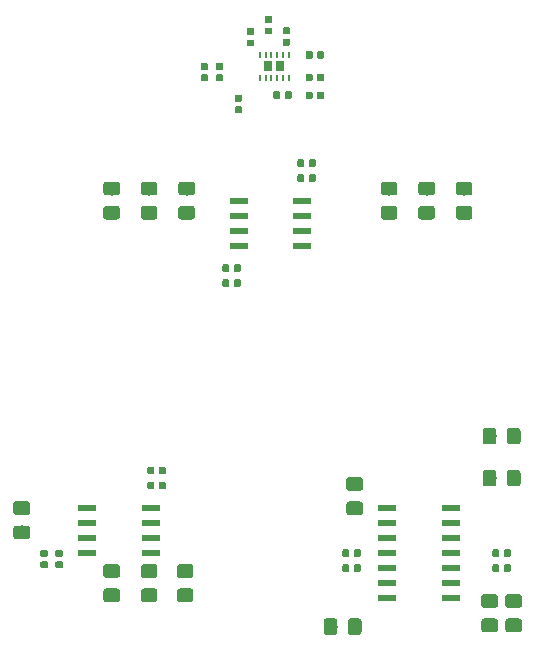
<source format=gbr>
G04 #@! TF.GenerationSoftware,KiCad,Pcbnew,(5.0.0-3-g5ebb6b6)*
G04 #@! TF.CreationDate,2019-04-23T02:19:09+01:00*
G04 #@! TF.ProjectId,Nucleo144AudioBreakout,4E75636C656F313434417564696F4272,RevA*
G04 #@! TF.SameCoordinates,Original*
G04 #@! TF.FileFunction,Paste,Top*
G04 #@! TF.FilePolarity,Positive*
%FSLAX46Y46*%
G04 Gerber Fmt 4.6, Leading zero omitted, Abs format (unit mm)*
G04 Created by KiCad (PCBNEW (5.0.0-3-g5ebb6b6)) date Tuesday, 23 April 2019 at 02:19:09*
%MOMM*%
%LPD*%
G01*
G04 APERTURE LIST*
%ADD10R,1.550000X0.600000*%
%ADD11C,0.100000*%
%ADD12C,1.150000*%
%ADD13R,1.500000X0.600000*%
%ADD14C,0.590000*%
%ADD15R,0.250000X0.500000*%
%ADD16R,0.800000X0.950000*%
G04 APERTURE END LIST*
D10*
G04 #@! TO.C,U1*
X104427000Y-113030000D03*
X104427000Y-114300000D03*
X104427000Y-115570000D03*
X104427000Y-116840000D03*
X99027000Y-116840000D03*
X99027000Y-115570000D03*
X99027000Y-114300000D03*
X99027000Y-113030000D03*
G04 #@! TD*
D11*
G04 #@! TO.C,R4*
G36*
X94962505Y-143816204D02*
X94986773Y-143819804D01*
X95010572Y-143825765D01*
X95033671Y-143834030D01*
X95055850Y-143844520D01*
X95076893Y-143857132D01*
X95096599Y-143871747D01*
X95114777Y-143888223D01*
X95131253Y-143906401D01*
X95145868Y-143926107D01*
X95158480Y-143947150D01*
X95168970Y-143969329D01*
X95177235Y-143992428D01*
X95183196Y-144016227D01*
X95186796Y-144040495D01*
X95188000Y-144064999D01*
X95188000Y-144715001D01*
X95186796Y-144739505D01*
X95183196Y-144763773D01*
X95177235Y-144787572D01*
X95168970Y-144810671D01*
X95158480Y-144832850D01*
X95145868Y-144853893D01*
X95131253Y-144873599D01*
X95114777Y-144891777D01*
X95096599Y-144908253D01*
X95076893Y-144922868D01*
X95055850Y-144935480D01*
X95033671Y-144945970D01*
X95010572Y-144954235D01*
X94986773Y-144960196D01*
X94962505Y-144963796D01*
X94938001Y-144965000D01*
X94037999Y-144965000D01*
X94013495Y-144963796D01*
X93989227Y-144960196D01*
X93965428Y-144954235D01*
X93942329Y-144945970D01*
X93920150Y-144935480D01*
X93899107Y-144922868D01*
X93879401Y-144908253D01*
X93861223Y-144891777D01*
X93844747Y-144873599D01*
X93830132Y-144853893D01*
X93817520Y-144832850D01*
X93807030Y-144810671D01*
X93798765Y-144787572D01*
X93792804Y-144763773D01*
X93789204Y-144739505D01*
X93788000Y-144715001D01*
X93788000Y-144064999D01*
X93789204Y-144040495D01*
X93792804Y-144016227D01*
X93798765Y-143992428D01*
X93807030Y-143969329D01*
X93817520Y-143947150D01*
X93830132Y-143926107D01*
X93844747Y-143906401D01*
X93861223Y-143888223D01*
X93879401Y-143871747D01*
X93899107Y-143857132D01*
X93920150Y-143844520D01*
X93942329Y-143834030D01*
X93965428Y-143825765D01*
X93989227Y-143819804D01*
X94013495Y-143816204D01*
X94037999Y-143815000D01*
X94938001Y-143815000D01*
X94962505Y-143816204D01*
X94962505Y-143816204D01*
G37*
D12*
X94488000Y-144390000D03*
D11*
G36*
X94962505Y-145866204D02*
X94986773Y-145869804D01*
X95010572Y-145875765D01*
X95033671Y-145884030D01*
X95055850Y-145894520D01*
X95076893Y-145907132D01*
X95096599Y-145921747D01*
X95114777Y-145938223D01*
X95131253Y-145956401D01*
X95145868Y-145976107D01*
X95158480Y-145997150D01*
X95168970Y-146019329D01*
X95177235Y-146042428D01*
X95183196Y-146066227D01*
X95186796Y-146090495D01*
X95188000Y-146114999D01*
X95188000Y-146765001D01*
X95186796Y-146789505D01*
X95183196Y-146813773D01*
X95177235Y-146837572D01*
X95168970Y-146860671D01*
X95158480Y-146882850D01*
X95145868Y-146903893D01*
X95131253Y-146923599D01*
X95114777Y-146941777D01*
X95096599Y-146958253D01*
X95076893Y-146972868D01*
X95055850Y-146985480D01*
X95033671Y-146995970D01*
X95010572Y-147004235D01*
X94986773Y-147010196D01*
X94962505Y-147013796D01*
X94938001Y-147015000D01*
X94037999Y-147015000D01*
X94013495Y-147013796D01*
X93989227Y-147010196D01*
X93965428Y-147004235D01*
X93942329Y-146995970D01*
X93920150Y-146985480D01*
X93899107Y-146972868D01*
X93879401Y-146958253D01*
X93861223Y-146941777D01*
X93844747Y-146923599D01*
X93830132Y-146903893D01*
X93817520Y-146882850D01*
X93807030Y-146860671D01*
X93798765Y-146837572D01*
X93792804Y-146813773D01*
X93789204Y-146789505D01*
X93788000Y-146765001D01*
X93788000Y-146114999D01*
X93789204Y-146090495D01*
X93792804Y-146066227D01*
X93798765Y-146042428D01*
X93807030Y-146019329D01*
X93817520Y-145997150D01*
X93830132Y-145976107D01*
X93844747Y-145956401D01*
X93861223Y-145938223D01*
X93879401Y-145921747D01*
X93899107Y-145907132D01*
X93920150Y-145894520D01*
X93942329Y-145884030D01*
X93965428Y-145875765D01*
X93989227Y-145869804D01*
X94013495Y-145866204D01*
X94037999Y-145865000D01*
X94938001Y-145865000D01*
X94962505Y-145866204D01*
X94962505Y-145866204D01*
G37*
D12*
X94488000Y-146440000D03*
G04 #@! TD*
D10*
G04 #@! TO.C,U2*
X91600000Y-139065000D03*
X91600000Y-140335000D03*
X91600000Y-141605000D03*
X91600000Y-142875000D03*
X86200000Y-142875000D03*
X86200000Y-141605000D03*
X86200000Y-140335000D03*
X86200000Y-139065000D03*
G04 #@! TD*
D11*
G04 #@! TO.C,R10*
G36*
X122659505Y-135826204D02*
X122683773Y-135829804D01*
X122707572Y-135835765D01*
X122730671Y-135844030D01*
X122752850Y-135854520D01*
X122773893Y-135867132D01*
X122793599Y-135881747D01*
X122811777Y-135898223D01*
X122828253Y-135916401D01*
X122842868Y-135936107D01*
X122855480Y-135957150D01*
X122865970Y-135979329D01*
X122874235Y-136002428D01*
X122880196Y-136026227D01*
X122883796Y-136050495D01*
X122885000Y-136074999D01*
X122885000Y-136975001D01*
X122883796Y-136999505D01*
X122880196Y-137023773D01*
X122874235Y-137047572D01*
X122865970Y-137070671D01*
X122855480Y-137092850D01*
X122842868Y-137113893D01*
X122828253Y-137133599D01*
X122811777Y-137151777D01*
X122793599Y-137168253D01*
X122773893Y-137182868D01*
X122752850Y-137195480D01*
X122730671Y-137205970D01*
X122707572Y-137214235D01*
X122683773Y-137220196D01*
X122659505Y-137223796D01*
X122635001Y-137225000D01*
X121984999Y-137225000D01*
X121960495Y-137223796D01*
X121936227Y-137220196D01*
X121912428Y-137214235D01*
X121889329Y-137205970D01*
X121867150Y-137195480D01*
X121846107Y-137182868D01*
X121826401Y-137168253D01*
X121808223Y-137151777D01*
X121791747Y-137133599D01*
X121777132Y-137113893D01*
X121764520Y-137092850D01*
X121754030Y-137070671D01*
X121745765Y-137047572D01*
X121739804Y-137023773D01*
X121736204Y-136999505D01*
X121735000Y-136975001D01*
X121735000Y-136074999D01*
X121736204Y-136050495D01*
X121739804Y-136026227D01*
X121745765Y-136002428D01*
X121754030Y-135979329D01*
X121764520Y-135957150D01*
X121777132Y-135936107D01*
X121791747Y-135916401D01*
X121808223Y-135898223D01*
X121826401Y-135881747D01*
X121846107Y-135867132D01*
X121867150Y-135854520D01*
X121889329Y-135844030D01*
X121912428Y-135835765D01*
X121936227Y-135829804D01*
X121960495Y-135826204D01*
X121984999Y-135825000D01*
X122635001Y-135825000D01*
X122659505Y-135826204D01*
X122659505Y-135826204D01*
G37*
D12*
X122310000Y-136525000D03*
D11*
G36*
X120609505Y-135826204D02*
X120633773Y-135829804D01*
X120657572Y-135835765D01*
X120680671Y-135844030D01*
X120702850Y-135854520D01*
X120723893Y-135867132D01*
X120743599Y-135881747D01*
X120761777Y-135898223D01*
X120778253Y-135916401D01*
X120792868Y-135936107D01*
X120805480Y-135957150D01*
X120815970Y-135979329D01*
X120824235Y-136002428D01*
X120830196Y-136026227D01*
X120833796Y-136050495D01*
X120835000Y-136074999D01*
X120835000Y-136975001D01*
X120833796Y-136999505D01*
X120830196Y-137023773D01*
X120824235Y-137047572D01*
X120815970Y-137070671D01*
X120805480Y-137092850D01*
X120792868Y-137113893D01*
X120778253Y-137133599D01*
X120761777Y-137151777D01*
X120743599Y-137168253D01*
X120723893Y-137182868D01*
X120702850Y-137195480D01*
X120680671Y-137205970D01*
X120657572Y-137214235D01*
X120633773Y-137220196D01*
X120609505Y-137223796D01*
X120585001Y-137225000D01*
X119934999Y-137225000D01*
X119910495Y-137223796D01*
X119886227Y-137220196D01*
X119862428Y-137214235D01*
X119839329Y-137205970D01*
X119817150Y-137195480D01*
X119796107Y-137182868D01*
X119776401Y-137168253D01*
X119758223Y-137151777D01*
X119741747Y-137133599D01*
X119727132Y-137113893D01*
X119714520Y-137092850D01*
X119704030Y-137070671D01*
X119695765Y-137047572D01*
X119689804Y-137023773D01*
X119686204Y-136999505D01*
X119685000Y-136975001D01*
X119685000Y-136074999D01*
X119686204Y-136050495D01*
X119689804Y-136026227D01*
X119695765Y-136002428D01*
X119704030Y-135979329D01*
X119714520Y-135957150D01*
X119727132Y-135936107D01*
X119741747Y-135916401D01*
X119758223Y-135898223D01*
X119776401Y-135881747D01*
X119796107Y-135867132D01*
X119817150Y-135854520D01*
X119839329Y-135844030D01*
X119862428Y-135835765D01*
X119886227Y-135829804D01*
X119910495Y-135826204D01*
X119934999Y-135825000D01*
X120585001Y-135825000D01*
X120609505Y-135826204D01*
X120609505Y-135826204D01*
G37*
D12*
X120260000Y-136525000D03*
G04 #@! TD*
D11*
G04 #@! TO.C,R1*
G36*
X88739505Y-145866204D02*
X88763773Y-145869804D01*
X88787572Y-145875765D01*
X88810671Y-145884030D01*
X88832850Y-145894520D01*
X88853893Y-145907132D01*
X88873599Y-145921747D01*
X88891777Y-145938223D01*
X88908253Y-145956401D01*
X88922868Y-145976107D01*
X88935480Y-145997150D01*
X88945970Y-146019329D01*
X88954235Y-146042428D01*
X88960196Y-146066227D01*
X88963796Y-146090495D01*
X88965000Y-146114999D01*
X88965000Y-146765001D01*
X88963796Y-146789505D01*
X88960196Y-146813773D01*
X88954235Y-146837572D01*
X88945970Y-146860671D01*
X88935480Y-146882850D01*
X88922868Y-146903893D01*
X88908253Y-146923599D01*
X88891777Y-146941777D01*
X88873599Y-146958253D01*
X88853893Y-146972868D01*
X88832850Y-146985480D01*
X88810671Y-146995970D01*
X88787572Y-147004235D01*
X88763773Y-147010196D01*
X88739505Y-147013796D01*
X88715001Y-147015000D01*
X87814999Y-147015000D01*
X87790495Y-147013796D01*
X87766227Y-147010196D01*
X87742428Y-147004235D01*
X87719329Y-146995970D01*
X87697150Y-146985480D01*
X87676107Y-146972868D01*
X87656401Y-146958253D01*
X87638223Y-146941777D01*
X87621747Y-146923599D01*
X87607132Y-146903893D01*
X87594520Y-146882850D01*
X87584030Y-146860671D01*
X87575765Y-146837572D01*
X87569804Y-146813773D01*
X87566204Y-146789505D01*
X87565000Y-146765001D01*
X87565000Y-146114999D01*
X87566204Y-146090495D01*
X87569804Y-146066227D01*
X87575765Y-146042428D01*
X87584030Y-146019329D01*
X87594520Y-145997150D01*
X87607132Y-145976107D01*
X87621747Y-145956401D01*
X87638223Y-145938223D01*
X87656401Y-145921747D01*
X87676107Y-145907132D01*
X87697150Y-145894520D01*
X87719329Y-145884030D01*
X87742428Y-145875765D01*
X87766227Y-145869804D01*
X87790495Y-145866204D01*
X87814999Y-145865000D01*
X88715001Y-145865000D01*
X88739505Y-145866204D01*
X88739505Y-145866204D01*
G37*
D12*
X88265000Y-146440000D03*
D11*
G36*
X88739505Y-143816204D02*
X88763773Y-143819804D01*
X88787572Y-143825765D01*
X88810671Y-143834030D01*
X88832850Y-143844520D01*
X88853893Y-143857132D01*
X88873599Y-143871747D01*
X88891777Y-143888223D01*
X88908253Y-143906401D01*
X88922868Y-143926107D01*
X88935480Y-143947150D01*
X88945970Y-143969329D01*
X88954235Y-143992428D01*
X88960196Y-144016227D01*
X88963796Y-144040495D01*
X88965000Y-144064999D01*
X88965000Y-144715001D01*
X88963796Y-144739505D01*
X88960196Y-144763773D01*
X88954235Y-144787572D01*
X88945970Y-144810671D01*
X88935480Y-144832850D01*
X88922868Y-144853893D01*
X88908253Y-144873599D01*
X88891777Y-144891777D01*
X88873599Y-144908253D01*
X88853893Y-144922868D01*
X88832850Y-144935480D01*
X88810671Y-144945970D01*
X88787572Y-144954235D01*
X88763773Y-144960196D01*
X88739505Y-144963796D01*
X88715001Y-144965000D01*
X87814999Y-144965000D01*
X87790495Y-144963796D01*
X87766227Y-144960196D01*
X87742428Y-144954235D01*
X87719329Y-144945970D01*
X87697150Y-144935480D01*
X87676107Y-144922868D01*
X87656401Y-144908253D01*
X87638223Y-144891777D01*
X87621747Y-144873599D01*
X87607132Y-144853893D01*
X87594520Y-144832850D01*
X87584030Y-144810671D01*
X87575765Y-144787572D01*
X87569804Y-144763773D01*
X87566204Y-144739505D01*
X87565000Y-144715001D01*
X87565000Y-144064999D01*
X87566204Y-144040495D01*
X87569804Y-144016227D01*
X87575765Y-143992428D01*
X87584030Y-143969329D01*
X87594520Y-143947150D01*
X87607132Y-143926107D01*
X87621747Y-143906401D01*
X87638223Y-143888223D01*
X87656401Y-143871747D01*
X87676107Y-143857132D01*
X87697150Y-143844520D01*
X87719329Y-143834030D01*
X87742428Y-143825765D01*
X87766227Y-143819804D01*
X87790495Y-143816204D01*
X87814999Y-143815000D01*
X88715001Y-143815000D01*
X88739505Y-143816204D01*
X88739505Y-143816204D01*
G37*
D12*
X88265000Y-144390000D03*
G04 #@! TD*
D11*
G04 #@! TO.C,R2*
G36*
X91914505Y-143816204D02*
X91938773Y-143819804D01*
X91962572Y-143825765D01*
X91985671Y-143834030D01*
X92007850Y-143844520D01*
X92028893Y-143857132D01*
X92048599Y-143871747D01*
X92066777Y-143888223D01*
X92083253Y-143906401D01*
X92097868Y-143926107D01*
X92110480Y-143947150D01*
X92120970Y-143969329D01*
X92129235Y-143992428D01*
X92135196Y-144016227D01*
X92138796Y-144040495D01*
X92140000Y-144064999D01*
X92140000Y-144715001D01*
X92138796Y-144739505D01*
X92135196Y-144763773D01*
X92129235Y-144787572D01*
X92120970Y-144810671D01*
X92110480Y-144832850D01*
X92097868Y-144853893D01*
X92083253Y-144873599D01*
X92066777Y-144891777D01*
X92048599Y-144908253D01*
X92028893Y-144922868D01*
X92007850Y-144935480D01*
X91985671Y-144945970D01*
X91962572Y-144954235D01*
X91938773Y-144960196D01*
X91914505Y-144963796D01*
X91890001Y-144965000D01*
X90989999Y-144965000D01*
X90965495Y-144963796D01*
X90941227Y-144960196D01*
X90917428Y-144954235D01*
X90894329Y-144945970D01*
X90872150Y-144935480D01*
X90851107Y-144922868D01*
X90831401Y-144908253D01*
X90813223Y-144891777D01*
X90796747Y-144873599D01*
X90782132Y-144853893D01*
X90769520Y-144832850D01*
X90759030Y-144810671D01*
X90750765Y-144787572D01*
X90744804Y-144763773D01*
X90741204Y-144739505D01*
X90740000Y-144715001D01*
X90740000Y-144064999D01*
X90741204Y-144040495D01*
X90744804Y-144016227D01*
X90750765Y-143992428D01*
X90759030Y-143969329D01*
X90769520Y-143947150D01*
X90782132Y-143926107D01*
X90796747Y-143906401D01*
X90813223Y-143888223D01*
X90831401Y-143871747D01*
X90851107Y-143857132D01*
X90872150Y-143844520D01*
X90894329Y-143834030D01*
X90917428Y-143825765D01*
X90941227Y-143819804D01*
X90965495Y-143816204D01*
X90989999Y-143815000D01*
X91890001Y-143815000D01*
X91914505Y-143816204D01*
X91914505Y-143816204D01*
G37*
D12*
X91440000Y-144390000D03*
D11*
G36*
X91914505Y-145866204D02*
X91938773Y-145869804D01*
X91962572Y-145875765D01*
X91985671Y-145884030D01*
X92007850Y-145894520D01*
X92028893Y-145907132D01*
X92048599Y-145921747D01*
X92066777Y-145938223D01*
X92083253Y-145956401D01*
X92097868Y-145976107D01*
X92110480Y-145997150D01*
X92120970Y-146019329D01*
X92129235Y-146042428D01*
X92135196Y-146066227D01*
X92138796Y-146090495D01*
X92140000Y-146114999D01*
X92140000Y-146765001D01*
X92138796Y-146789505D01*
X92135196Y-146813773D01*
X92129235Y-146837572D01*
X92120970Y-146860671D01*
X92110480Y-146882850D01*
X92097868Y-146903893D01*
X92083253Y-146923599D01*
X92066777Y-146941777D01*
X92048599Y-146958253D01*
X92028893Y-146972868D01*
X92007850Y-146985480D01*
X91985671Y-146995970D01*
X91962572Y-147004235D01*
X91938773Y-147010196D01*
X91914505Y-147013796D01*
X91890001Y-147015000D01*
X90989999Y-147015000D01*
X90965495Y-147013796D01*
X90941227Y-147010196D01*
X90917428Y-147004235D01*
X90894329Y-146995970D01*
X90872150Y-146985480D01*
X90851107Y-146972868D01*
X90831401Y-146958253D01*
X90813223Y-146941777D01*
X90796747Y-146923599D01*
X90782132Y-146903893D01*
X90769520Y-146882850D01*
X90759030Y-146860671D01*
X90750765Y-146837572D01*
X90744804Y-146813773D01*
X90741204Y-146789505D01*
X90740000Y-146765001D01*
X90740000Y-146114999D01*
X90741204Y-146090495D01*
X90744804Y-146066227D01*
X90750765Y-146042428D01*
X90759030Y-146019329D01*
X90769520Y-145997150D01*
X90782132Y-145976107D01*
X90796747Y-145956401D01*
X90813223Y-145938223D01*
X90831401Y-145921747D01*
X90851107Y-145907132D01*
X90872150Y-145894520D01*
X90894329Y-145884030D01*
X90917428Y-145875765D01*
X90941227Y-145869804D01*
X90965495Y-145866204D01*
X90989999Y-145865000D01*
X91890001Y-145865000D01*
X91914505Y-145866204D01*
X91914505Y-145866204D01*
G37*
D12*
X91440000Y-146440000D03*
G04 #@! TD*
D11*
G04 #@! TO.C,R3*
G36*
X81119505Y-138491204D02*
X81143773Y-138494804D01*
X81167572Y-138500765D01*
X81190671Y-138509030D01*
X81212850Y-138519520D01*
X81233893Y-138532132D01*
X81253599Y-138546747D01*
X81271777Y-138563223D01*
X81288253Y-138581401D01*
X81302868Y-138601107D01*
X81315480Y-138622150D01*
X81325970Y-138644329D01*
X81334235Y-138667428D01*
X81340196Y-138691227D01*
X81343796Y-138715495D01*
X81345000Y-138739999D01*
X81345000Y-139390001D01*
X81343796Y-139414505D01*
X81340196Y-139438773D01*
X81334235Y-139462572D01*
X81325970Y-139485671D01*
X81315480Y-139507850D01*
X81302868Y-139528893D01*
X81288253Y-139548599D01*
X81271777Y-139566777D01*
X81253599Y-139583253D01*
X81233893Y-139597868D01*
X81212850Y-139610480D01*
X81190671Y-139620970D01*
X81167572Y-139629235D01*
X81143773Y-139635196D01*
X81119505Y-139638796D01*
X81095001Y-139640000D01*
X80194999Y-139640000D01*
X80170495Y-139638796D01*
X80146227Y-139635196D01*
X80122428Y-139629235D01*
X80099329Y-139620970D01*
X80077150Y-139610480D01*
X80056107Y-139597868D01*
X80036401Y-139583253D01*
X80018223Y-139566777D01*
X80001747Y-139548599D01*
X79987132Y-139528893D01*
X79974520Y-139507850D01*
X79964030Y-139485671D01*
X79955765Y-139462572D01*
X79949804Y-139438773D01*
X79946204Y-139414505D01*
X79945000Y-139390001D01*
X79945000Y-138739999D01*
X79946204Y-138715495D01*
X79949804Y-138691227D01*
X79955765Y-138667428D01*
X79964030Y-138644329D01*
X79974520Y-138622150D01*
X79987132Y-138601107D01*
X80001747Y-138581401D01*
X80018223Y-138563223D01*
X80036401Y-138546747D01*
X80056107Y-138532132D01*
X80077150Y-138519520D01*
X80099329Y-138509030D01*
X80122428Y-138500765D01*
X80146227Y-138494804D01*
X80170495Y-138491204D01*
X80194999Y-138490000D01*
X81095001Y-138490000D01*
X81119505Y-138491204D01*
X81119505Y-138491204D01*
G37*
D12*
X80645000Y-139065000D03*
D11*
G36*
X81119505Y-140541204D02*
X81143773Y-140544804D01*
X81167572Y-140550765D01*
X81190671Y-140559030D01*
X81212850Y-140569520D01*
X81233893Y-140582132D01*
X81253599Y-140596747D01*
X81271777Y-140613223D01*
X81288253Y-140631401D01*
X81302868Y-140651107D01*
X81315480Y-140672150D01*
X81325970Y-140694329D01*
X81334235Y-140717428D01*
X81340196Y-140741227D01*
X81343796Y-140765495D01*
X81345000Y-140789999D01*
X81345000Y-141440001D01*
X81343796Y-141464505D01*
X81340196Y-141488773D01*
X81334235Y-141512572D01*
X81325970Y-141535671D01*
X81315480Y-141557850D01*
X81302868Y-141578893D01*
X81288253Y-141598599D01*
X81271777Y-141616777D01*
X81253599Y-141633253D01*
X81233893Y-141647868D01*
X81212850Y-141660480D01*
X81190671Y-141670970D01*
X81167572Y-141679235D01*
X81143773Y-141685196D01*
X81119505Y-141688796D01*
X81095001Y-141690000D01*
X80194999Y-141690000D01*
X80170495Y-141688796D01*
X80146227Y-141685196D01*
X80122428Y-141679235D01*
X80099329Y-141670970D01*
X80077150Y-141660480D01*
X80056107Y-141647868D01*
X80036401Y-141633253D01*
X80018223Y-141616777D01*
X80001747Y-141598599D01*
X79987132Y-141578893D01*
X79974520Y-141557850D01*
X79964030Y-141535671D01*
X79955765Y-141512572D01*
X79949804Y-141488773D01*
X79946204Y-141464505D01*
X79945000Y-141440001D01*
X79945000Y-140789999D01*
X79946204Y-140765495D01*
X79949804Y-140741227D01*
X79955765Y-140717428D01*
X79964030Y-140694329D01*
X79974520Y-140672150D01*
X79987132Y-140651107D01*
X80001747Y-140631401D01*
X80018223Y-140613223D01*
X80036401Y-140596747D01*
X80056107Y-140582132D01*
X80077150Y-140569520D01*
X80099329Y-140559030D01*
X80122428Y-140550765D01*
X80146227Y-140544804D01*
X80170495Y-140541204D01*
X80194999Y-140540000D01*
X81095001Y-140540000D01*
X81119505Y-140541204D01*
X81119505Y-140541204D01*
G37*
D12*
X80645000Y-141115000D03*
G04 #@! TD*
D11*
G04 #@! TO.C,R7*
G36*
X122775505Y-146356204D02*
X122799773Y-146359804D01*
X122823572Y-146365765D01*
X122846671Y-146374030D01*
X122868850Y-146384520D01*
X122889893Y-146397132D01*
X122909599Y-146411747D01*
X122927777Y-146428223D01*
X122944253Y-146446401D01*
X122958868Y-146466107D01*
X122971480Y-146487150D01*
X122981970Y-146509329D01*
X122990235Y-146532428D01*
X122996196Y-146556227D01*
X122999796Y-146580495D01*
X123001000Y-146604999D01*
X123001000Y-147255001D01*
X122999796Y-147279505D01*
X122996196Y-147303773D01*
X122990235Y-147327572D01*
X122981970Y-147350671D01*
X122971480Y-147372850D01*
X122958868Y-147393893D01*
X122944253Y-147413599D01*
X122927777Y-147431777D01*
X122909599Y-147448253D01*
X122889893Y-147462868D01*
X122868850Y-147475480D01*
X122846671Y-147485970D01*
X122823572Y-147494235D01*
X122799773Y-147500196D01*
X122775505Y-147503796D01*
X122751001Y-147505000D01*
X121850999Y-147505000D01*
X121826495Y-147503796D01*
X121802227Y-147500196D01*
X121778428Y-147494235D01*
X121755329Y-147485970D01*
X121733150Y-147475480D01*
X121712107Y-147462868D01*
X121692401Y-147448253D01*
X121674223Y-147431777D01*
X121657747Y-147413599D01*
X121643132Y-147393893D01*
X121630520Y-147372850D01*
X121620030Y-147350671D01*
X121611765Y-147327572D01*
X121605804Y-147303773D01*
X121602204Y-147279505D01*
X121601000Y-147255001D01*
X121601000Y-146604999D01*
X121602204Y-146580495D01*
X121605804Y-146556227D01*
X121611765Y-146532428D01*
X121620030Y-146509329D01*
X121630520Y-146487150D01*
X121643132Y-146466107D01*
X121657747Y-146446401D01*
X121674223Y-146428223D01*
X121692401Y-146411747D01*
X121712107Y-146397132D01*
X121733150Y-146384520D01*
X121755329Y-146374030D01*
X121778428Y-146365765D01*
X121802227Y-146359804D01*
X121826495Y-146356204D01*
X121850999Y-146355000D01*
X122751001Y-146355000D01*
X122775505Y-146356204D01*
X122775505Y-146356204D01*
G37*
D12*
X122301000Y-146930000D03*
D11*
G36*
X122775505Y-148406204D02*
X122799773Y-148409804D01*
X122823572Y-148415765D01*
X122846671Y-148424030D01*
X122868850Y-148434520D01*
X122889893Y-148447132D01*
X122909599Y-148461747D01*
X122927777Y-148478223D01*
X122944253Y-148496401D01*
X122958868Y-148516107D01*
X122971480Y-148537150D01*
X122981970Y-148559329D01*
X122990235Y-148582428D01*
X122996196Y-148606227D01*
X122999796Y-148630495D01*
X123001000Y-148654999D01*
X123001000Y-149305001D01*
X122999796Y-149329505D01*
X122996196Y-149353773D01*
X122990235Y-149377572D01*
X122981970Y-149400671D01*
X122971480Y-149422850D01*
X122958868Y-149443893D01*
X122944253Y-149463599D01*
X122927777Y-149481777D01*
X122909599Y-149498253D01*
X122889893Y-149512868D01*
X122868850Y-149525480D01*
X122846671Y-149535970D01*
X122823572Y-149544235D01*
X122799773Y-149550196D01*
X122775505Y-149553796D01*
X122751001Y-149555000D01*
X121850999Y-149555000D01*
X121826495Y-149553796D01*
X121802227Y-149550196D01*
X121778428Y-149544235D01*
X121755329Y-149535970D01*
X121733150Y-149525480D01*
X121712107Y-149512868D01*
X121692401Y-149498253D01*
X121674223Y-149481777D01*
X121657747Y-149463599D01*
X121643132Y-149443893D01*
X121630520Y-149422850D01*
X121620030Y-149400671D01*
X121611765Y-149377572D01*
X121605804Y-149353773D01*
X121602204Y-149329505D01*
X121601000Y-149305001D01*
X121601000Y-148654999D01*
X121602204Y-148630495D01*
X121605804Y-148606227D01*
X121611765Y-148582428D01*
X121620030Y-148559329D01*
X121630520Y-148537150D01*
X121643132Y-148516107D01*
X121657747Y-148496401D01*
X121674223Y-148478223D01*
X121692401Y-148461747D01*
X121712107Y-148447132D01*
X121733150Y-148434520D01*
X121755329Y-148424030D01*
X121778428Y-148415765D01*
X121802227Y-148409804D01*
X121826495Y-148406204D01*
X121850999Y-148405000D01*
X122751001Y-148405000D01*
X122775505Y-148406204D01*
X122775505Y-148406204D01*
G37*
D12*
X122301000Y-148980000D03*
G04 #@! TD*
D11*
G04 #@! TO.C,R8*
G36*
X122659505Y-132270204D02*
X122683773Y-132273804D01*
X122707572Y-132279765D01*
X122730671Y-132288030D01*
X122752850Y-132298520D01*
X122773893Y-132311132D01*
X122793599Y-132325747D01*
X122811777Y-132342223D01*
X122828253Y-132360401D01*
X122842868Y-132380107D01*
X122855480Y-132401150D01*
X122865970Y-132423329D01*
X122874235Y-132446428D01*
X122880196Y-132470227D01*
X122883796Y-132494495D01*
X122885000Y-132518999D01*
X122885000Y-133419001D01*
X122883796Y-133443505D01*
X122880196Y-133467773D01*
X122874235Y-133491572D01*
X122865970Y-133514671D01*
X122855480Y-133536850D01*
X122842868Y-133557893D01*
X122828253Y-133577599D01*
X122811777Y-133595777D01*
X122793599Y-133612253D01*
X122773893Y-133626868D01*
X122752850Y-133639480D01*
X122730671Y-133649970D01*
X122707572Y-133658235D01*
X122683773Y-133664196D01*
X122659505Y-133667796D01*
X122635001Y-133669000D01*
X121984999Y-133669000D01*
X121960495Y-133667796D01*
X121936227Y-133664196D01*
X121912428Y-133658235D01*
X121889329Y-133649970D01*
X121867150Y-133639480D01*
X121846107Y-133626868D01*
X121826401Y-133612253D01*
X121808223Y-133595777D01*
X121791747Y-133577599D01*
X121777132Y-133557893D01*
X121764520Y-133536850D01*
X121754030Y-133514671D01*
X121745765Y-133491572D01*
X121739804Y-133467773D01*
X121736204Y-133443505D01*
X121735000Y-133419001D01*
X121735000Y-132518999D01*
X121736204Y-132494495D01*
X121739804Y-132470227D01*
X121745765Y-132446428D01*
X121754030Y-132423329D01*
X121764520Y-132401150D01*
X121777132Y-132380107D01*
X121791747Y-132360401D01*
X121808223Y-132342223D01*
X121826401Y-132325747D01*
X121846107Y-132311132D01*
X121867150Y-132298520D01*
X121889329Y-132288030D01*
X121912428Y-132279765D01*
X121936227Y-132273804D01*
X121960495Y-132270204D01*
X121984999Y-132269000D01*
X122635001Y-132269000D01*
X122659505Y-132270204D01*
X122659505Y-132270204D01*
G37*
D12*
X122310000Y-132969000D03*
D11*
G36*
X120609505Y-132270204D02*
X120633773Y-132273804D01*
X120657572Y-132279765D01*
X120680671Y-132288030D01*
X120702850Y-132298520D01*
X120723893Y-132311132D01*
X120743599Y-132325747D01*
X120761777Y-132342223D01*
X120778253Y-132360401D01*
X120792868Y-132380107D01*
X120805480Y-132401150D01*
X120815970Y-132423329D01*
X120824235Y-132446428D01*
X120830196Y-132470227D01*
X120833796Y-132494495D01*
X120835000Y-132518999D01*
X120835000Y-133419001D01*
X120833796Y-133443505D01*
X120830196Y-133467773D01*
X120824235Y-133491572D01*
X120815970Y-133514671D01*
X120805480Y-133536850D01*
X120792868Y-133557893D01*
X120778253Y-133577599D01*
X120761777Y-133595777D01*
X120743599Y-133612253D01*
X120723893Y-133626868D01*
X120702850Y-133639480D01*
X120680671Y-133649970D01*
X120657572Y-133658235D01*
X120633773Y-133664196D01*
X120609505Y-133667796D01*
X120585001Y-133669000D01*
X119934999Y-133669000D01*
X119910495Y-133667796D01*
X119886227Y-133664196D01*
X119862428Y-133658235D01*
X119839329Y-133649970D01*
X119817150Y-133639480D01*
X119796107Y-133626868D01*
X119776401Y-133612253D01*
X119758223Y-133595777D01*
X119741747Y-133577599D01*
X119727132Y-133557893D01*
X119714520Y-133536850D01*
X119704030Y-133514671D01*
X119695765Y-133491572D01*
X119689804Y-133467773D01*
X119686204Y-133443505D01*
X119685000Y-133419001D01*
X119685000Y-132518999D01*
X119686204Y-132494495D01*
X119689804Y-132470227D01*
X119695765Y-132446428D01*
X119704030Y-132423329D01*
X119714520Y-132401150D01*
X119727132Y-132380107D01*
X119741747Y-132360401D01*
X119758223Y-132342223D01*
X119776401Y-132325747D01*
X119796107Y-132311132D01*
X119817150Y-132298520D01*
X119839329Y-132288030D01*
X119862428Y-132279765D01*
X119886227Y-132273804D01*
X119910495Y-132270204D01*
X119934999Y-132269000D01*
X120585001Y-132269000D01*
X120609505Y-132270204D01*
X120609505Y-132270204D01*
G37*
D12*
X120260000Y-132969000D03*
G04 #@! TD*
D11*
G04 #@! TO.C,R9*
G36*
X120743505Y-146356204D02*
X120767773Y-146359804D01*
X120791572Y-146365765D01*
X120814671Y-146374030D01*
X120836850Y-146384520D01*
X120857893Y-146397132D01*
X120877599Y-146411747D01*
X120895777Y-146428223D01*
X120912253Y-146446401D01*
X120926868Y-146466107D01*
X120939480Y-146487150D01*
X120949970Y-146509329D01*
X120958235Y-146532428D01*
X120964196Y-146556227D01*
X120967796Y-146580495D01*
X120969000Y-146604999D01*
X120969000Y-147255001D01*
X120967796Y-147279505D01*
X120964196Y-147303773D01*
X120958235Y-147327572D01*
X120949970Y-147350671D01*
X120939480Y-147372850D01*
X120926868Y-147393893D01*
X120912253Y-147413599D01*
X120895777Y-147431777D01*
X120877599Y-147448253D01*
X120857893Y-147462868D01*
X120836850Y-147475480D01*
X120814671Y-147485970D01*
X120791572Y-147494235D01*
X120767773Y-147500196D01*
X120743505Y-147503796D01*
X120719001Y-147505000D01*
X119818999Y-147505000D01*
X119794495Y-147503796D01*
X119770227Y-147500196D01*
X119746428Y-147494235D01*
X119723329Y-147485970D01*
X119701150Y-147475480D01*
X119680107Y-147462868D01*
X119660401Y-147448253D01*
X119642223Y-147431777D01*
X119625747Y-147413599D01*
X119611132Y-147393893D01*
X119598520Y-147372850D01*
X119588030Y-147350671D01*
X119579765Y-147327572D01*
X119573804Y-147303773D01*
X119570204Y-147279505D01*
X119569000Y-147255001D01*
X119569000Y-146604999D01*
X119570204Y-146580495D01*
X119573804Y-146556227D01*
X119579765Y-146532428D01*
X119588030Y-146509329D01*
X119598520Y-146487150D01*
X119611132Y-146466107D01*
X119625747Y-146446401D01*
X119642223Y-146428223D01*
X119660401Y-146411747D01*
X119680107Y-146397132D01*
X119701150Y-146384520D01*
X119723329Y-146374030D01*
X119746428Y-146365765D01*
X119770227Y-146359804D01*
X119794495Y-146356204D01*
X119818999Y-146355000D01*
X120719001Y-146355000D01*
X120743505Y-146356204D01*
X120743505Y-146356204D01*
G37*
D12*
X120269000Y-146930000D03*
D11*
G36*
X120743505Y-148406204D02*
X120767773Y-148409804D01*
X120791572Y-148415765D01*
X120814671Y-148424030D01*
X120836850Y-148434520D01*
X120857893Y-148447132D01*
X120877599Y-148461747D01*
X120895777Y-148478223D01*
X120912253Y-148496401D01*
X120926868Y-148516107D01*
X120939480Y-148537150D01*
X120949970Y-148559329D01*
X120958235Y-148582428D01*
X120964196Y-148606227D01*
X120967796Y-148630495D01*
X120969000Y-148654999D01*
X120969000Y-149305001D01*
X120967796Y-149329505D01*
X120964196Y-149353773D01*
X120958235Y-149377572D01*
X120949970Y-149400671D01*
X120939480Y-149422850D01*
X120926868Y-149443893D01*
X120912253Y-149463599D01*
X120895777Y-149481777D01*
X120877599Y-149498253D01*
X120857893Y-149512868D01*
X120836850Y-149525480D01*
X120814671Y-149535970D01*
X120791572Y-149544235D01*
X120767773Y-149550196D01*
X120743505Y-149553796D01*
X120719001Y-149555000D01*
X119818999Y-149555000D01*
X119794495Y-149553796D01*
X119770227Y-149550196D01*
X119746428Y-149544235D01*
X119723329Y-149535970D01*
X119701150Y-149525480D01*
X119680107Y-149512868D01*
X119660401Y-149498253D01*
X119642223Y-149481777D01*
X119625747Y-149463599D01*
X119611132Y-149443893D01*
X119598520Y-149422850D01*
X119588030Y-149400671D01*
X119579765Y-149377572D01*
X119573804Y-149353773D01*
X119570204Y-149329505D01*
X119569000Y-149305001D01*
X119569000Y-148654999D01*
X119570204Y-148630495D01*
X119573804Y-148606227D01*
X119579765Y-148582428D01*
X119588030Y-148559329D01*
X119598520Y-148537150D01*
X119611132Y-148516107D01*
X119625747Y-148496401D01*
X119642223Y-148478223D01*
X119660401Y-148461747D01*
X119680107Y-148447132D01*
X119701150Y-148434520D01*
X119723329Y-148424030D01*
X119746428Y-148415765D01*
X119770227Y-148409804D01*
X119794495Y-148406204D01*
X119818999Y-148405000D01*
X120719001Y-148405000D01*
X120743505Y-148406204D01*
X120743505Y-148406204D01*
G37*
D12*
X120269000Y-148980000D03*
G04 #@! TD*
D11*
G04 #@! TO.C,R11*
G36*
X91914505Y-111431204D02*
X91938773Y-111434804D01*
X91962572Y-111440765D01*
X91985671Y-111449030D01*
X92007850Y-111459520D01*
X92028893Y-111472132D01*
X92048599Y-111486747D01*
X92066777Y-111503223D01*
X92083253Y-111521401D01*
X92097868Y-111541107D01*
X92110480Y-111562150D01*
X92120970Y-111584329D01*
X92129235Y-111607428D01*
X92135196Y-111631227D01*
X92138796Y-111655495D01*
X92140000Y-111679999D01*
X92140000Y-112330001D01*
X92138796Y-112354505D01*
X92135196Y-112378773D01*
X92129235Y-112402572D01*
X92120970Y-112425671D01*
X92110480Y-112447850D01*
X92097868Y-112468893D01*
X92083253Y-112488599D01*
X92066777Y-112506777D01*
X92048599Y-112523253D01*
X92028893Y-112537868D01*
X92007850Y-112550480D01*
X91985671Y-112560970D01*
X91962572Y-112569235D01*
X91938773Y-112575196D01*
X91914505Y-112578796D01*
X91890001Y-112580000D01*
X90989999Y-112580000D01*
X90965495Y-112578796D01*
X90941227Y-112575196D01*
X90917428Y-112569235D01*
X90894329Y-112560970D01*
X90872150Y-112550480D01*
X90851107Y-112537868D01*
X90831401Y-112523253D01*
X90813223Y-112506777D01*
X90796747Y-112488599D01*
X90782132Y-112468893D01*
X90769520Y-112447850D01*
X90759030Y-112425671D01*
X90750765Y-112402572D01*
X90744804Y-112378773D01*
X90741204Y-112354505D01*
X90740000Y-112330001D01*
X90740000Y-111679999D01*
X90741204Y-111655495D01*
X90744804Y-111631227D01*
X90750765Y-111607428D01*
X90759030Y-111584329D01*
X90769520Y-111562150D01*
X90782132Y-111541107D01*
X90796747Y-111521401D01*
X90813223Y-111503223D01*
X90831401Y-111486747D01*
X90851107Y-111472132D01*
X90872150Y-111459520D01*
X90894329Y-111449030D01*
X90917428Y-111440765D01*
X90941227Y-111434804D01*
X90965495Y-111431204D01*
X90989999Y-111430000D01*
X91890001Y-111430000D01*
X91914505Y-111431204D01*
X91914505Y-111431204D01*
G37*
D12*
X91440000Y-112005000D03*
D11*
G36*
X91914505Y-113481204D02*
X91938773Y-113484804D01*
X91962572Y-113490765D01*
X91985671Y-113499030D01*
X92007850Y-113509520D01*
X92028893Y-113522132D01*
X92048599Y-113536747D01*
X92066777Y-113553223D01*
X92083253Y-113571401D01*
X92097868Y-113591107D01*
X92110480Y-113612150D01*
X92120970Y-113634329D01*
X92129235Y-113657428D01*
X92135196Y-113681227D01*
X92138796Y-113705495D01*
X92140000Y-113729999D01*
X92140000Y-114380001D01*
X92138796Y-114404505D01*
X92135196Y-114428773D01*
X92129235Y-114452572D01*
X92120970Y-114475671D01*
X92110480Y-114497850D01*
X92097868Y-114518893D01*
X92083253Y-114538599D01*
X92066777Y-114556777D01*
X92048599Y-114573253D01*
X92028893Y-114587868D01*
X92007850Y-114600480D01*
X91985671Y-114610970D01*
X91962572Y-114619235D01*
X91938773Y-114625196D01*
X91914505Y-114628796D01*
X91890001Y-114630000D01*
X90989999Y-114630000D01*
X90965495Y-114628796D01*
X90941227Y-114625196D01*
X90917428Y-114619235D01*
X90894329Y-114610970D01*
X90872150Y-114600480D01*
X90851107Y-114587868D01*
X90831401Y-114573253D01*
X90813223Y-114556777D01*
X90796747Y-114538599D01*
X90782132Y-114518893D01*
X90769520Y-114497850D01*
X90759030Y-114475671D01*
X90750765Y-114452572D01*
X90744804Y-114428773D01*
X90741204Y-114404505D01*
X90740000Y-114380001D01*
X90740000Y-113729999D01*
X90741204Y-113705495D01*
X90744804Y-113681227D01*
X90750765Y-113657428D01*
X90759030Y-113634329D01*
X90769520Y-113612150D01*
X90782132Y-113591107D01*
X90796747Y-113571401D01*
X90813223Y-113553223D01*
X90831401Y-113536747D01*
X90851107Y-113522132D01*
X90872150Y-113509520D01*
X90894329Y-113499030D01*
X90917428Y-113490765D01*
X90941227Y-113484804D01*
X90965495Y-113481204D01*
X90989999Y-113480000D01*
X91890001Y-113480000D01*
X91914505Y-113481204D01*
X91914505Y-113481204D01*
G37*
D12*
X91440000Y-114055000D03*
G04 #@! TD*
D11*
G04 #@! TO.C,R12*
G36*
X88739505Y-113481204D02*
X88763773Y-113484804D01*
X88787572Y-113490765D01*
X88810671Y-113499030D01*
X88832850Y-113509520D01*
X88853893Y-113522132D01*
X88873599Y-113536747D01*
X88891777Y-113553223D01*
X88908253Y-113571401D01*
X88922868Y-113591107D01*
X88935480Y-113612150D01*
X88945970Y-113634329D01*
X88954235Y-113657428D01*
X88960196Y-113681227D01*
X88963796Y-113705495D01*
X88965000Y-113729999D01*
X88965000Y-114380001D01*
X88963796Y-114404505D01*
X88960196Y-114428773D01*
X88954235Y-114452572D01*
X88945970Y-114475671D01*
X88935480Y-114497850D01*
X88922868Y-114518893D01*
X88908253Y-114538599D01*
X88891777Y-114556777D01*
X88873599Y-114573253D01*
X88853893Y-114587868D01*
X88832850Y-114600480D01*
X88810671Y-114610970D01*
X88787572Y-114619235D01*
X88763773Y-114625196D01*
X88739505Y-114628796D01*
X88715001Y-114630000D01*
X87814999Y-114630000D01*
X87790495Y-114628796D01*
X87766227Y-114625196D01*
X87742428Y-114619235D01*
X87719329Y-114610970D01*
X87697150Y-114600480D01*
X87676107Y-114587868D01*
X87656401Y-114573253D01*
X87638223Y-114556777D01*
X87621747Y-114538599D01*
X87607132Y-114518893D01*
X87594520Y-114497850D01*
X87584030Y-114475671D01*
X87575765Y-114452572D01*
X87569804Y-114428773D01*
X87566204Y-114404505D01*
X87565000Y-114380001D01*
X87565000Y-113729999D01*
X87566204Y-113705495D01*
X87569804Y-113681227D01*
X87575765Y-113657428D01*
X87584030Y-113634329D01*
X87594520Y-113612150D01*
X87607132Y-113591107D01*
X87621747Y-113571401D01*
X87638223Y-113553223D01*
X87656401Y-113536747D01*
X87676107Y-113522132D01*
X87697150Y-113509520D01*
X87719329Y-113499030D01*
X87742428Y-113490765D01*
X87766227Y-113484804D01*
X87790495Y-113481204D01*
X87814999Y-113480000D01*
X88715001Y-113480000D01*
X88739505Y-113481204D01*
X88739505Y-113481204D01*
G37*
D12*
X88265000Y-114055000D03*
D11*
G36*
X88739505Y-111431204D02*
X88763773Y-111434804D01*
X88787572Y-111440765D01*
X88810671Y-111449030D01*
X88832850Y-111459520D01*
X88853893Y-111472132D01*
X88873599Y-111486747D01*
X88891777Y-111503223D01*
X88908253Y-111521401D01*
X88922868Y-111541107D01*
X88935480Y-111562150D01*
X88945970Y-111584329D01*
X88954235Y-111607428D01*
X88960196Y-111631227D01*
X88963796Y-111655495D01*
X88965000Y-111679999D01*
X88965000Y-112330001D01*
X88963796Y-112354505D01*
X88960196Y-112378773D01*
X88954235Y-112402572D01*
X88945970Y-112425671D01*
X88935480Y-112447850D01*
X88922868Y-112468893D01*
X88908253Y-112488599D01*
X88891777Y-112506777D01*
X88873599Y-112523253D01*
X88853893Y-112537868D01*
X88832850Y-112550480D01*
X88810671Y-112560970D01*
X88787572Y-112569235D01*
X88763773Y-112575196D01*
X88739505Y-112578796D01*
X88715001Y-112580000D01*
X87814999Y-112580000D01*
X87790495Y-112578796D01*
X87766227Y-112575196D01*
X87742428Y-112569235D01*
X87719329Y-112560970D01*
X87697150Y-112550480D01*
X87676107Y-112537868D01*
X87656401Y-112523253D01*
X87638223Y-112506777D01*
X87621747Y-112488599D01*
X87607132Y-112468893D01*
X87594520Y-112447850D01*
X87584030Y-112425671D01*
X87575765Y-112402572D01*
X87569804Y-112378773D01*
X87566204Y-112354505D01*
X87565000Y-112330001D01*
X87565000Y-111679999D01*
X87566204Y-111655495D01*
X87569804Y-111631227D01*
X87575765Y-111607428D01*
X87584030Y-111584329D01*
X87594520Y-111562150D01*
X87607132Y-111541107D01*
X87621747Y-111521401D01*
X87638223Y-111503223D01*
X87656401Y-111486747D01*
X87676107Y-111472132D01*
X87697150Y-111459520D01*
X87719329Y-111449030D01*
X87742428Y-111440765D01*
X87766227Y-111434804D01*
X87790495Y-111431204D01*
X87814999Y-111430000D01*
X88715001Y-111430000D01*
X88739505Y-111431204D01*
X88739505Y-111431204D01*
G37*
D12*
X88265000Y-112005000D03*
G04 #@! TD*
D11*
G04 #@! TO.C,R13*
G36*
X118584505Y-113481204D02*
X118608773Y-113484804D01*
X118632572Y-113490765D01*
X118655671Y-113499030D01*
X118677850Y-113509520D01*
X118698893Y-113522132D01*
X118718599Y-113536747D01*
X118736777Y-113553223D01*
X118753253Y-113571401D01*
X118767868Y-113591107D01*
X118780480Y-113612150D01*
X118790970Y-113634329D01*
X118799235Y-113657428D01*
X118805196Y-113681227D01*
X118808796Y-113705495D01*
X118810000Y-113729999D01*
X118810000Y-114380001D01*
X118808796Y-114404505D01*
X118805196Y-114428773D01*
X118799235Y-114452572D01*
X118790970Y-114475671D01*
X118780480Y-114497850D01*
X118767868Y-114518893D01*
X118753253Y-114538599D01*
X118736777Y-114556777D01*
X118718599Y-114573253D01*
X118698893Y-114587868D01*
X118677850Y-114600480D01*
X118655671Y-114610970D01*
X118632572Y-114619235D01*
X118608773Y-114625196D01*
X118584505Y-114628796D01*
X118560001Y-114630000D01*
X117659999Y-114630000D01*
X117635495Y-114628796D01*
X117611227Y-114625196D01*
X117587428Y-114619235D01*
X117564329Y-114610970D01*
X117542150Y-114600480D01*
X117521107Y-114587868D01*
X117501401Y-114573253D01*
X117483223Y-114556777D01*
X117466747Y-114538599D01*
X117452132Y-114518893D01*
X117439520Y-114497850D01*
X117429030Y-114475671D01*
X117420765Y-114452572D01*
X117414804Y-114428773D01*
X117411204Y-114404505D01*
X117410000Y-114380001D01*
X117410000Y-113729999D01*
X117411204Y-113705495D01*
X117414804Y-113681227D01*
X117420765Y-113657428D01*
X117429030Y-113634329D01*
X117439520Y-113612150D01*
X117452132Y-113591107D01*
X117466747Y-113571401D01*
X117483223Y-113553223D01*
X117501401Y-113536747D01*
X117521107Y-113522132D01*
X117542150Y-113509520D01*
X117564329Y-113499030D01*
X117587428Y-113490765D01*
X117611227Y-113484804D01*
X117635495Y-113481204D01*
X117659999Y-113480000D01*
X118560001Y-113480000D01*
X118584505Y-113481204D01*
X118584505Y-113481204D01*
G37*
D12*
X118110000Y-114055000D03*
D11*
G36*
X118584505Y-111431204D02*
X118608773Y-111434804D01*
X118632572Y-111440765D01*
X118655671Y-111449030D01*
X118677850Y-111459520D01*
X118698893Y-111472132D01*
X118718599Y-111486747D01*
X118736777Y-111503223D01*
X118753253Y-111521401D01*
X118767868Y-111541107D01*
X118780480Y-111562150D01*
X118790970Y-111584329D01*
X118799235Y-111607428D01*
X118805196Y-111631227D01*
X118808796Y-111655495D01*
X118810000Y-111679999D01*
X118810000Y-112330001D01*
X118808796Y-112354505D01*
X118805196Y-112378773D01*
X118799235Y-112402572D01*
X118790970Y-112425671D01*
X118780480Y-112447850D01*
X118767868Y-112468893D01*
X118753253Y-112488599D01*
X118736777Y-112506777D01*
X118718599Y-112523253D01*
X118698893Y-112537868D01*
X118677850Y-112550480D01*
X118655671Y-112560970D01*
X118632572Y-112569235D01*
X118608773Y-112575196D01*
X118584505Y-112578796D01*
X118560001Y-112580000D01*
X117659999Y-112580000D01*
X117635495Y-112578796D01*
X117611227Y-112575196D01*
X117587428Y-112569235D01*
X117564329Y-112560970D01*
X117542150Y-112550480D01*
X117521107Y-112537868D01*
X117501401Y-112523253D01*
X117483223Y-112506777D01*
X117466747Y-112488599D01*
X117452132Y-112468893D01*
X117439520Y-112447850D01*
X117429030Y-112425671D01*
X117420765Y-112402572D01*
X117414804Y-112378773D01*
X117411204Y-112354505D01*
X117410000Y-112330001D01*
X117410000Y-111679999D01*
X117411204Y-111655495D01*
X117414804Y-111631227D01*
X117420765Y-111607428D01*
X117429030Y-111584329D01*
X117439520Y-111562150D01*
X117452132Y-111541107D01*
X117466747Y-111521401D01*
X117483223Y-111503223D01*
X117501401Y-111486747D01*
X117521107Y-111472132D01*
X117542150Y-111459520D01*
X117564329Y-111449030D01*
X117587428Y-111440765D01*
X117611227Y-111434804D01*
X117635495Y-111431204D01*
X117659999Y-111430000D01*
X118560001Y-111430000D01*
X118584505Y-111431204D01*
X118584505Y-111431204D01*
G37*
D12*
X118110000Y-112005000D03*
G04 #@! TD*
D11*
G04 #@! TO.C,R14*
G36*
X115409505Y-113481204D02*
X115433773Y-113484804D01*
X115457572Y-113490765D01*
X115480671Y-113499030D01*
X115502850Y-113509520D01*
X115523893Y-113522132D01*
X115543599Y-113536747D01*
X115561777Y-113553223D01*
X115578253Y-113571401D01*
X115592868Y-113591107D01*
X115605480Y-113612150D01*
X115615970Y-113634329D01*
X115624235Y-113657428D01*
X115630196Y-113681227D01*
X115633796Y-113705495D01*
X115635000Y-113729999D01*
X115635000Y-114380001D01*
X115633796Y-114404505D01*
X115630196Y-114428773D01*
X115624235Y-114452572D01*
X115615970Y-114475671D01*
X115605480Y-114497850D01*
X115592868Y-114518893D01*
X115578253Y-114538599D01*
X115561777Y-114556777D01*
X115543599Y-114573253D01*
X115523893Y-114587868D01*
X115502850Y-114600480D01*
X115480671Y-114610970D01*
X115457572Y-114619235D01*
X115433773Y-114625196D01*
X115409505Y-114628796D01*
X115385001Y-114630000D01*
X114484999Y-114630000D01*
X114460495Y-114628796D01*
X114436227Y-114625196D01*
X114412428Y-114619235D01*
X114389329Y-114610970D01*
X114367150Y-114600480D01*
X114346107Y-114587868D01*
X114326401Y-114573253D01*
X114308223Y-114556777D01*
X114291747Y-114538599D01*
X114277132Y-114518893D01*
X114264520Y-114497850D01*
X114254030Y-114475671D01*
X114245765Y-114452572D01*
X114239804Y-114428773D01*
X114236204Y-114404505D01*
X114235000Y-114380001D01*
X114235000Y-113729999D01*
X114236204Y-113705495D01*
X114239804Y-113681227D01*
X114245765Y-113657428D01*
X114254030Y-113634329D01*
X114264520Y-113612150D01*
X114277132Y-113591107D01*
X114291747Y-113571401D01*
X114308223Y-113553223D01*
X114326401Y-113536747D01*
X114346107Y-113522132D01*
X114367150Y-113509520D01*
X114389329Y-113499030D01*
X114412428Y-113490765D01*
X114436227Y-113484804D01*
X114460495Y-113481204D01*
X114484999Y-113480000D01*
X115385001Y-113480000D01*
X115409505Y-113481204D01*
X115409505Y-113481204D01*
G37*
D12*
X114935000Y-114055000D03*
D11*
G36*
X115409505Y-111431204D02*
X115433773Y-111434804D01*
X115457572Y-111440765D01*
X115480671Y-111449030D01*
X115502850Y-111459520D01*
X115523893Y-111472132D01*
X115543599Y-111486747D01*
X115561777Y-111503223D01*
X115578253Y-111521401D01*
X115592868Y-111541107D01*
X115605480Y-111562150D01*
X115615970Y-111584329D01*
X115624235Y-111607428D01*
X115630196Y-111631227D01*
X115633796Y-111655495D01*
X115635000Y-111679999D01*
X115635000Y-112330001D01*
X115633796Y-112354505D01*
X115630196Y-112378773D01*
X115624235Y-112402572D01*
X115615970Y-112425671D01*
X115605480Y-112447850D01*
X115592868Y-112468893D01*
X115578253Y-112488599D01*
X115561777Y-112506777D01*
X115543599Y-112523253D01*
X115523893Y-112537868D01*
X115502850Y-112550480D01*
X115480671Y-112560970D01*
X115457572Y-112569235D01*
X115433773Y-112575196D01*
X115409505Y-112578796D01*
X115385001Y-112580000D01*
X114484999Y-112580000D01*
X114460495Y-112578796D01*
X114436227Y-112575196D01*
X114412428Y-112569235D01*
X114389329Y-112560970D01*
X114367150Y-112550480D01*
X114346107Y-112537868D01*
X114326401Y-112523253D01*
X114308223Y-112506777D01*
X114291747Y-112488599D01*
X114277132Y-112468893D01*
X114264520Y-112447850D01*
X114254030Y-112425671D01*
X114245765Y-112402572D01*
X114239804Y-112378773D01*
X114236204Y-112354505D01*
X114235000Y-112330001D01*
X114235000Y-111679999D01*
X114236204Y-111655495D01*
X114239804Y-111631227D01*
X114245765Y-111607428D01*
X114254030Y-111584329D01*
X114264520Y-111562150D01*
X114277132Y-111541107D01*
X114291747Y-111521401D01*
X114308223Y-111503223D01*
X114326401Y-111486747D01*
X114346107Y-111472132D01*
X114367150Y-111459520D01*
X114389329Y-111449030D01*
X114412428Y-111440765D01*
X114436227Y-111434804D01*
X114460495Y-111431204D01*
X114484999Y-111430000D01*
X115385001Y-111430000D01*
X115409505Y-111431204D01*
X115409505Y-111431204D01*
G37*
D12*
X114935000Y-112005000D03*
G04 #@! TD*
D11*
G04 #@! TO.C,R15*
G36*
X95089505Y-113481204D02*
X95113773Y-113484804D01*
X95137572Y-113490765D01*
X95160671Y-113499030D01*
X95182850Y-113509520D01*
X95203893Y-113522132D01*
X95223599Y-113536747D01*
X95241777Y-113553223D01*
X95258253Y-113571401D01*
X95272868Y-113591107D01*
X95285480Y-113612150D01*
X95295970Y-113634329D01*
X95304235Y-113657428D01*
X95310196Y-113681227D01*
X95313796Y-113705495D01*
X95315000Y-113729999D01*
X95315000Y-114380001D01*
X95313796Y-114404505D01*
X95310196Y-114428773D01*
X95304235Y-114452572D01*
X95295970Y-114475671D01*
X95285480Y-114497850D01*
X95272868Y-114518893D01*
X95258253Y-114538599D01*
X95241777Y-114556777D01*
X95223599Y-114573253D01*
X95203893Y-114587868D01*
X95182850Y-114600480D01*
X95160671Y-114610970D01*
X95137572Y-114619235D01*
X95113773Y-114625196D01*
X95089505Y-114628796D01*
X95065001Y-114630000D01*
X94164999Y-114630000D01*
X94140495Y-114628796D01*
X94116227Y-114625196D01*
X94092428Y-114619235D01*
X94069329Y-114610970D01*
X94047150Y-114600480D01*
X94026107Y-114587868D01*
X94006401Y-114573253D01*
X93988223Y-114556777D01*
X93971747Y-114538599D01*
X93957132Y-114518893D01*
X93944520Y-114497850D01*
X93934030Y-114475671D01*
X93925765Y-114452572D01*
X93919804Y-114428773D01*
X93916204Y-114404505D01*
X93915000Y-114380001D01*
X93915000Y-113729999D01*
X93916204Y-113705495D01*
X93919804Y-113681227D01*
X93925765Y-113657428D01*
X93934030Y-113634329D01*
X93944520Y-113612150D01*
X93957132Y-113591107D01*
X93971747Y-113571401D01*
X93988223Y-113553223D01*
X94006401Y-113536747D01*
X94026107Y-113522132D01*
X94047150Y-113509520D01*
X94069329Y-113499030D01*
X94092428Y-113490765D01*
X94116227Y-113484804D01*
X94140495Y-113481204D01*
X94164999Y-113480000D01*
X95065001Y-113480000D01*
X95089505Y-113481204D01*
X95089505Y-113481204D01*
G37*
D12*
X94615000Y-114055000D03*
D11*
G36*
X95089505Y-111431204D02*
X95113773Y-111434804D01*
X95137572Y-111440765D01*
X95160671Y-111449030D01*
X95182850Y-111459520D01*
X95203893Y-111472132D01*
X95223599Y-111486747D01*
X95241777Y-111503223D01*
X95258253Y-111521401D01*
X95272868Y-111541107D01*
X95285480Y-111562150D01*
X95295970Y-111584329D01*
X95304235Y-111607428D01*
X95310196Y-111631227D01*
X95313796Y-111655495D01*
X95315000Y-111679999D01*
X95315000Y-112330001D01*
X95313796Y-112354505D01*
X95310196Y-112378773D01*
X95304235Y-112402572D01*
X95295970Y-112425671D01*
X95285480Y-112447850D01*
X95272868Y-112468893D01*
X95258253Y-112488599D01*
X95241777Y-112506777D01*
X95223599Y-112523253D01*
X95203893Y-112537868D01*
X95182850Y-112550480D01*
X95160671Y-112560970D01*
X95137572Y-112569235D01*
X95113773Y-112575196D01*
X95089505Y-112578796D01*
X95065001Y-112580000D01*
X94164999Y-112580000D01*
X94140495Y-112578796D01*
X94116227Y-112575196D01*
X94092428Y-112569235D01*
X94069329Y-112560970D01*
X94047150Y-112550480D01*
X94026107Y-112537868D01*
X94006401Y-112523253D01*
X93988223Y-112506777D01*
X93971747Y-112488599D01*
X93957132Y-112468893D01*
X93944520Y-112447850D01*
X93934030Y-112425671D01*
X93925765Y-112402572D01*
X93919804Y-112378773D01*
X93916204Y-112354505D01*
X93915000Y-112330001D01*
X93915000Y-111679999D01*
X93916204Y-111655495D01*
X93919804Y-111631227D01*
X93925765Y-111607428D01*
X93934030Y-111584329D01*
X93944520Y-111562150D01*
X93957132Y-111541107D01*
X93971747Y-111521401D01*
X93988223Y-111503223D01*
X94006401Y-111486747D01*
X94026107Y-111472132D01*
X94047150Y-111459520D01*
X94069329Y-111449030D01*
X94092428Y-111440765D01*
X94116227Y-111434804D01*
X94140495Y-111431204D01*
X94164999Y-111430000D01*
X95065001Y-111430000D01*
X95089505Y-111431204D01*
X95089505Y-111431204D01*
G37*
D12*
X94615000Y-112005000D03*
G04 #@! TD*
D11*
G04 #@! TO.C,R16*
G36*
X112234505Y-113481204D02*
X112258773Y-113484804D01*
X112282572Y-113490765D01*
X112305671Y-113499030D01*
X112327850Y-113509520D01*
X112348893Y-113522132D01*
X112368599Y-113536747D01*
X112386777Y-113553223D01*
X112403253Y-113571401D01*
X112417868Y-113591107D01*
X112430480Y-113612150D01*
X112440970Y-113634329D01*
X112449235Y-113657428D01*
X112455196Y-113681227D01*
X112458796Y-113705495D01*
X112460000Y-113729999D01*
X112460000Y-114380001D01*
X112458796Y-114404505D01*
X112455196Y-114428773D01*
X112449235Y-114452572D01*
X112440970Y-114475671D01*
X112430480Y-114497850D01*
X112417868Y-114518893D01*
X112403253Y-114538599D01*
X112386777Y-114556777D01*
X112368599Y-114573253D01*
X112348893Y-114587868D01*
X112327850Y-114600480D01*
X112305671Y-114610970D01*
X112282572Y-114619235D01*
X112258773Y-114625196D01*
X112234505Y-114628796D01*
X112210001Y-114630000D01*
X111309999Y-114630000D01*
X111285495Y-114628796D01*
X111261227Y-114625196D01*
X111237428Y-114619235D01*
X111214329Y-114610970D01*
X111192150Y-114600480D01*
X111171107Y-114587868D01*
X111151401Y-114573253D01*
X111133223Y-114556777D01*
X111116747Y-114538599D01*
X111102132Y-114518893D01*
X111089520Y-114497850D01*
X111079030Y-114475671D01*
X111070765Y-114452572D01*
X111064804Y-114428773D01*
X111061204Y-114404505D01*
X111060000Y-114380001D01*
X111060000Y-113729999D01*
X111061204Y-113705495D01*
X111064804Y-113681227D01*
X111070765Y-113657428D01*
X111079030Y-113634329D01*
X111089520Y-113612150D01*
X111102132Y-113591107D01*
X111116747Y-113571401D01*
X111133223Y-113553223D01*
X111151401Y-113536747D01*
X111171107Y-113522132D01*
X111192150Y-113509520D01*
X111214329Y-113499030D01*
X111237428Y-113490765D01*
X111261227Y-113484804D01*
X111285495Y-113481204D01*
X111309999Y-113480000D01*
X112210001Y-113480000D01*
X112234505Y-113481204D01*
X112234505Y-113481204D01*
G37*
D12*
X111760000Y-114055000D03*
D11*
G36*
X112234505Y-111431204D02*
X112258773Y-111434804D01*
X112282572Y-111440765D01*
X112305671Y-111449030D01*
X112327850Y-111459520D01*
X112348893Y-111472132D01*
X112368599Y-111486747D01*
X112386777Y-111503223D01*
X112403253Y-111521401D01*
X112417868Y-111541107D01*
X112430480Y-111562150D01*
X112440970Y-111584329D01*
X112449235Y-111607428D01*
X112455196Y-111631227D01*
X112458796Y-111655495D01*
X112460000Y-111679999D01*
X112460000Y-112330001D01*
X112458796Y-112354505D01*
X112455196Y-112378773D01*
X112449235Y-112402572D01*
X112440970Y-112425671D01*
X112430480Y-112447850D01*
X112417868Y-112468893D01*
X112403253Y-112488599D01*
X112386777Y-112506777D01*
X112368599Y-112523253D01*
X112348893Y-112537868D01*
X112327850Y-112550480D01*
X112305671Y-112560970D01*
X112282572Y-112569235D01*
X112258773Y-112575196D01*
X112234505Y-112578796D01*
X112210001Y-112580000D01*
X111309999Y-112580000D01*
X111285495Y-112578796D01*
X111261227Y-112575196D01*
X111237428Y-112569235D01*
X111214329Y-112560970D01*
X111192150Y-112550480D01*
X111171107Y-112537868D01*
X111151401Y-112523253D01*
X111133223Y-112506777D01*
X111116747Y-112488599D01*
X111102132Y-112468893D01*
X111089520Y-112447850D01*
X111079030Y-112425671D01*
X111070765Y-112402572D01*
X111064804Y-112378773D01*
X111061204Y-112354505D01*
X111060000Y-112330001D01*
X111060000Y-111679999D01*
X111061204Y-111655495D01*
X111064804Y-111631227D01*
X111070765Y-111607428D01*
X111079030Y-111584329D01*
X111089520Y-111562150D01*
X111102132Y-111541107D01*
X111116747Y-111521401D01*
X111133223Y-111503223D01*
X111151401Y-111486747D01*
X111171107Y-111472132D01*
X111192150Y-111459520D01*
X111214329Y-111449030D01*
X111237428Y-111440765D01*
X111261227Y-111434804D01*
X111285495Y-111431204D01*
X111309999Y-111430000D01*
X112210001Y-111430000D01*
X112234505Y-111431204D01*
X112234505Y-111431204D01*
G37*
D12*
X111760000Y-112005000D03*
G04 #@! TD*
D11*
G04 #@! TO.C,R17*
G36*
X109313505Y-136450204D02*
X109337773Y-136453804D01*
X109361572Y-136459765D01*
X109384671Y-136468030D01*
X109406850Y-136478520D01*
X109427893Y-136491132D01*
X109447599Y-136505747D01*
X109465777Y-136522223D01*
X109482253Y-136540401D01*
X109496868Y-136560107D01*
X109509480Y-136581150D01*
X109519970Y-136603329D01*
X109528235Y-136626428D01*
X109534196Y-136650227D01*
X109537796Y-136674495D01*
X109539000Y-136698999D01*
X109539000Y-137349001D01*
X109537796Y-137373505D01*
X109534196Y-137397773D01*
X109528235Y-137421572D01*
X109519970Y-137444671D01*
X109509480Y-137466850D01*
X109496868Y-137487893D01*
X109482253Y-137507599D01*
X109465777Y-137525777D01*
X109447599Y-137542253D01*
X109427893Y-137556868D01*
X109406850Y-137569480D01*
X109384671Y-137579970D01*
X109361572Y-137588235D01*
X109337773Y-137594196D01*
X109313505Y-137597796D01*
X109289001Y-137599000D01*
X108388999Y-137599000D01*
X108364495Y-137597796D01*
X108340227Y-137594196D01*
X108316428Y-137588235D01*
X108293329Y-137579970D01*
X108271150Y-137569480D01*
X108250107Y-137556868D01*
X108230401Y-137542253D01*
X108212223Y-137525777D01*
X108195747Y-137507599D01*
X108181132Y-137487893D01*
X108168520Y-137466850D01*
X108158030Y-137444671D01*
X108149765Y-137421572D01*
X108143804Y-137397773D01*
X108140204Y-137373505D01*
X108139000Y-137349001D01*
X108139000Y-136698999D01*
X108140204Y-136674495D01*
X108143804Y-136650227D01*
X108149765Y-136626428D01*
X108158030Y-136603329D01*
X108168520Y-136581150D01*
X108181132Y-136560107D01*
X108195747Y-136540401D01*
X108212223Y-136522223D01*
X108230401Y-136505747D01*
X108250107Y-136491132D01*
X108271150Y-136478520D01*
X108293329Y-136468030D01*
X108316428Y-136459765D01*
X108340227Y-136453804D01*
X108364495Y-136450204D01*
X108388999Y-136449000D01*
X109289001Y-136449000D01*
X109313505Y-136450204D01*
X109313505Y-136450204D01*
G37*
D12*
X108839000Y-137024000D03*
D11*
G36*
X109313505Y-138500204D02*
X109337773Y-138503804D01*
X109361572Y-138509765D01*
X109384671Y-138518030D01*
X109406850Y-138528520D01*
X109427893Y-138541132D01*
X109447599Y-138555747D01*
X109465777Y-138572223D01*
X109482253Y-138590401D01*
X109496868Y-138610107D01*
X109509480Y-138631150D01*
X109519970Y-138653329D01*
X109528235Y-138676428D01*
X109534196Y-138700227D01*
X109537796Y-138724495D01*
X109539000Y-138748999D01*
X109539000Y-139399001D01*
X109537796Y-139423505D01*
X109534196Y-139447773D01*
X109528235Y-139471572D01*
X109519970Y-139494671D01*
X109509480Y-139516850D01*
X109496868Y-139537893D01*
X109482253Y-139557599D01*
X109465777Y-139575777D01*
X109447599Y-139592253D01*
X109427893Y-139606868D01*
X109406850Y-139619480D01*
X109384671Y-139629970D01*
X109361572Y-139638235D01*
X109337773Y-139644196D01*
X109313505Y-139647796D01*
X109289001Y-139649000D01*
X108388999Y-139649000D01*
X108364495Y-139647796D01*
X108340227Y-139644196D01*
X108316428Y-139638235D01*
X108293329Y-139629970D01*
X108271150Y-139619480D01*
X108250107Y-139606868D01*
X108230401Y-139592253D01*
X108212223Y-139575777D01*
X108195747Y-139557599D01*
X108181132Y-139537893D01*
X108168520Y-139516850D01*
X108158030Y-139494671D01*
X108149765Y-139471572D01*
X108143804Y-139447773D01*
X108140204Y-139423505D01*
X108139000Y-139399001D01*
X108139000Y-138748999D01*
X108140204Y-138724495D01*
X108143804Y-138700227D01*
X108149765Y-138676428D01*
X108158030Y-138653329D01*
X108168520Y-138631150D01*
X108181132Y-138610107D01*
X108195747Y-138590401D01*
X108212223Y-138572223D01*
X108230401Y-138555747D01*
X108250107Y-138541132D01*
X108271150Y-138528520D01*
X108293329Y-138518030D01*
X108316428Y-138509765D01*
X108340227Y-138503804D01*
X108364495Y-138500204D01*
X108388999Y-138499000D01*
X109289001Y-138499000D01*
X109313505Y-138500204D01*
X109313505Y-138500204D01*
G37*
D12*
X108839000Y-139074000D03*
G04 #@! TD*
D11*
G04 #@! TO.C,R18*
G36*
X107147505Y-148399204D02*
X107171773Y-148402804D01*
X107195572Y-148408765D01*
X107218671Y-148417030D01*
X107240850Y-148427520D01*
X107261893Y-148440132D01*
X107281599Y-148454747D01*
X107299777Y-148471223D01*
X107316253Y-148489401D01*
X107330868Y-148509107D01*
X107343480Y-148530150D01*
X107353970Y-148552329D01*
X107362235Y-148575428D01*
X107368196Y-148599227D01*
X107371796Y-148623495D01*
X107373000Y-148647999D01*
X107373000Y-149548001D01*
X107371796Y-149572505D01*
X107368196Y-149596773D01*
X107362235Y-149620572D01*
X107353970Y-149643671D01*
X107343480Y-149665850D01*
X107330868Y-149686893D01*
X107316253Y-149706599D01*
X107299777Y-149724777D01*
X107281599Y-149741253D01*
X107261893Y-149755868D01*
X107240850Y-149768480D01*
X107218671Y-149778970D01*
X107195572Y-149787235D01*
X107171773Y-149793196D01*
X107147505Y-149796796D01*
X107123001Y-149798000D01*
X106472999Y-149798000D01*
X106448495Y-149796796D01*
X106424227Y-149793196D01*
X106400428Y-149787235D01*
X106377329Y-149778970D01*
X106355150Y-149768480D01*
X106334107Y-149755868D01*
X106314401Y-149741253D01*
X106296223Y-149724777D01*
X106279747Y-149706599D01*
X106265132Y-149686893D01*
X106252520Y-149665850D01*
X106242030Y-149643671D01*
X106233765Y-149620572D01*
X106227804Y-149596773D01*
X106224204Y-149572505D01*
X106223000Y-149548001D01*
X106223000Y-148647999D01*
X106224204Y-148623495D01*
X106227804Y-148599227D01*
X106233765Y-148575428D01*
X106242030Y-148552329D01*
X106252520Y-148530150D01*
X106265132Y-148509107D01*
X106279747Y-148489401D01*
X106296223Y-148471223D01*
X106314401Y-148454747D01*
X106334107Y-148440132D01*
X106355150Y-148427520D01*
X106377329Y-148417030D01*
X106400428Y-148408765D01*
X106424227Y-148402804D01*
X106448495Y-148399204D01*
X106472999Y-148398000D01*
X107123001Y-148398000D01*
X107147505Y-148399204D01*
X107147505Y-148399204D01*
G37*
D12*
X106798000Y-149098000D03*
D11*
G36*
X109197505Y-148399204D02*
X109221773Y-148402804D01*
X109245572Y-148408765D01*
X109268671Y-148417030D01*
X109290850Y-148427520D01*
X109311893Y-148440132D01*
X109331599Y-148454747D01*
X109349777Y-148471223D01*
X109366253Y-148489401D01*
X109380868Y-148509107D01*
X109393480Y-148530150D01*
X109403970Y-148552329D01*
X109412235Y-148575428D01*
X109418196Y-148599227D01*
X109421796Y-148623495D01*
X109423000Y-148647999D01*
X109423000Y-149548001D01*
X109421796Y-149572505D01*
X109418196Y-149596773D01*
X109412235Y-149620572D01*
X109403970Y-149643671D01*
X109393480Y-149665850D01*
X109380868Y-149686893D01*
X109366253Y-149706599D01*
X109349777Y-149724777D01*
X109331599Y-149741253D01*
X109311893Y-149755868D01*
X109290850Y-149768480D01*
X109268671Y-149778970D01*
X109245572Y-149787235D01*
X109221773Y-149793196D01*
X109197505Y-149796796D01*
X109173001Y-149798000D01*
X108522999Y-149798000D01*
X108498495Y-149796796D01*
X108474227Y-149793196D01*
X108450428Y-149787235D01*
X108427329Y-149778970D01*
X108405150Y-149768480D01*
X108384107Y-149755868D01*
X108364401Y-149741253D01*
X108346223Y-149724777D01*
X108329747Y-149706599D01*
X108315132Y-149686893D01*
X108302520Y-149665850D01*
X108292030Y-149643671D01*
X108283765Y-149620572D01*
X108277804Y-149596773D01*
X108274204Y-149572505D01*
X108273000Y-149548001D01*
X108273000Y-148647999D01*
X108274204Y-148623495D01*
X108277804Y-148599227D01*
X108283765Y-148575428D01*
X108292030Y-148552329D01*
X108302520Y-148530150D01*
X108315132Y-148509107D01*
X108329747Y-148489401D01*
X108346223Y-148471223D01*
X108364401Y-148454747D01*
X108384107Y-148440132D01*
X108405150Y-148427520D01*
X108427329Y-148417030D01*
X108450428Y-148408765D01*
X108474227Y-148402804D01*
X108498495Y-148399204D01*
X108522999Y-148398000D01*
X109173001Y-148398000D01*
X109197505Y-148399204D01*
X109197505Y-148399204D01*
G37*
D12*
X108848000Y-149098000D03*
G04 #@! TD*
D13*
G04 #@! TO.C,U4*
X111600000Y-139065000D03*
X111600000Y-140335000D03*
X111600000Y-141605000D03*
X111600000Y-142875000D03*
X111600000Y-144145000D03*
X111600000Y-145415000D03*
X111600000Y-146685000D03*
X117000000Y-146685000D03*
X117000000Y-145415000D03*
X117000000Y-144145000D03*
X117000000Y-142875000D03*
X117000000Y-141605000D03*
X117000000Y-140335000D03*
X117000000Y-139065000D03*
G04 #@! TD*
D11*
G04 #@! TO.C,C1*
G36*
X92721958Y-135570710D02*
X92736276Y-135572834D01*
X92750317Y-135576351D01*
X92763946Y-135581228D01*
X92777031Y-135587417D01*
X92789447Y-135594858D01*
X92801073Y-135603481D01*
X92811798Y-135613202D01*
X92821519Y-135623927D01*
X92830142Y-135635553D01*
X92837583Y-135647969D01*
X92843772Y-135661054D01*
X92848649Y-135674683D01*
X92852166Y-135688724D01*
X92854290Y-135703042D01*
X92855000Y-135717500D01*
X92855000Y-136062500D01*
X92854290Y-136076958D01*
X92852166Y-136091276D01*
X92848649Y-136105317D01*
X92843772Y-136118946D01*
X92837583Y-136132031D01*
X92830142Y-136144447D01*
X92821519Y-136156073D01*
X92811798Y-136166798D01*
X92801073Y-136176519D01*
X92789447Y-136185142D01*
X92777031Y-136192583D01*
X92763946Y-136198772D01*
X92750317Y-136203649D01*
X92736276Y-136207166D01*
X92721958Y-136209290D01*
X92707500Y-136210000D01*
X92412500Y-136210000D01*
X92398042Y-136209290D01*
X92383724Y-136207166D01*
X92369683Y-136203649D01*
X92356054Y-136198772D01*
X92342969Y-136192583D01*
X92330553Y-136185142D01*
X92318927Y-136176519D01*
X92308202Y-136166798D01*
X92298481Y-136156073D01*
X92289858Y-136144447D01*
X92282417Y-136132031D01*
X92276228Y-136118946D01*
X92271351Y-136105317D01*
X92267834Y-136091276D01*
X92265710Y-136076958D01*
X92265000Y-136062500D01*
X92265000Y-135717500D01*
X92265710Y-135703042D01*
X92267834Y-135688724D01*
X92271351Y-135674683D01*
X92276228Y-135661054D01*
X92282417Y-135647969D01*
X92289858Y-135635553D01*
X92298481Y-135623927D01*
X92308202Y-135613202D01*
X92318927Y-135603481D01*
X92330553Y-135594858D01*
X92342969Y-135587417D01*
X92356054Y-135581228D01*
X92369683Y-135576351D01*
X92383724Y-135572834D01*
X92398042Y-135570710D01*
X92412500Y-135570000D01*
X92707500Y-135570000D01*
X92721958Y-135570710D01*
X92721958Y-135570710D01*
G37*
D14*
X92560000Y-135890000D03*
D11*
G36*
X91751958Y-135570710D02*
X91766276Y-135572834D01*
X91780317Y-135576351D01*
X91793946Y-135581228D01*
X91807031Y-135587417D01*
X91819447Y-135594858D01*
X91831073Y-135603481D01*
X91841798Y-135613202D01*
X91851519Y-135623927D01*
X91860142Y-135635553D01*
X91867583Y-135647969D01*
X91873772Y-135661054D01*
X91878649Y-135674683D01*
X91882166Y-135688724D01*
X91884290Y-135703042D01*
X91885000Y-135717500D01*
X91885000Y-136062500D01*
X91884290Y-136076958D01*
X91882166Y-136091276D01*
X91878649Y-136105317D01*
X91873772Y-136118946D01*
X91867583Y-136132031D01*
X91860142Y-136144447D01*
X91851519Y-136156073D01*
X91841798Y-136166798D01*
X91831073Y-136176519D01*
X91819447Y-136185142D01*
X91807031Y-136192583D01*
X91793946Y-136198772D01*
X91780317Y-136203649D01*
X91766276Y-136207166D01*
X91751958Y-136209290D01*
X91737500Y-136210000D01*
X91442500Y-136210000D01*
X91428042Y-136209290D01*
X91413724Y-136207166D01*
X91399683Y-136203649D01*
X91386054Y-136198772D01*
X91372969Y-136192583D01*
X91360553Y-136185142D01*
X91348927Y-136176519D01*
X91338202Y-136166798D01*
X91328481Y-136156073D01*
X91319858Y-136144447D01*
X91312417Y-136132031D01*
X91306228Y-136118946D01*
X91301351Y-136105317D01*
X91297834Y-136091276D01*
X91295710Y-136076958D01*
X91295000Y-136062500D01*
X91295000Y-135717500D01*
X91295710Y-135703042D01*
X91297834Y-135688724D01*
X91301351Y-135674683D01*
X91306228Y-135661054D01*
X91312417Y-135647969D01*
X91319858Y-135635553D01*
X91328481Y-135623927D01*
X91338202Y-135613202D01*
X91348927Y-135603481D01*
X91360553Y-135594858D01*
X91372969Y-135587417D01*
X91386054Y-135581228D01*
X91399683Y-135576351D01*
X91413724Y-135572834D01*
X91428042Y-135570710D01*
X91442500Y-135570000D01*
X91737500Y-135570000D01*
X91751958Y-135570710D01*
X91751958Y-135570710D01*
G37*
D14*
X91590000Y-135890000D03*
G04 #@! TD*
D11*
G04 #@! TO.C,C2*
G36*
X84006958Y-142603710D02*
X84021276Y-142605834D01*
X84035317Y-142609351D01*
X84048946Y-142614228D01*
X84062031Y-142620417D01*
X84074447Y-142627858D01*
X84086073Y-142636481D01*
X84096798Y-142646202D01*
X84106519Y-142656927D01*
X84115142Y-142668553D01*
X84122583Y-142680969D01*
X84128772Y-142694054D01*
X84133649Y-142707683D01*
X84137166Y-142721724D01*
X84139290Y-142736042D01*
X84140000Y-142750500D01*
X84140000Y-143045500D01*
X84139290Y-143059958D01*
X84137166Y-143074276D01*
X84133649Y-143088317D01*
X84128772Y-143101946D01*
X84122583Y-143115031D01*
X84115142Y-143127447D01*
X84106519Y-143139073D01*
X84096798Y-143149798D01*
X84086073Y-143159519D01*
X84074447Y-143168142D01*
X84062031Y-143175583D01*
X84048946Y-143181772D01*
X84035317Y-143186649D01*
X84021276Y-143190166D01*
X84006958Y-143192290D01*
X83992500Y-143193000D01*
X83647500Y-143193000D01*
X83633042Y-143192290D01*
X83618724Y-143190166D01*
X83604683Y-143186649D01*
X83591054Y-143181772D01*
X83577969Y-143175583D01*
X83565553Y-143168142D01*
X83553927Y-143159519D01*
X83543202Y-143149798D01*
X83533481Y-143139073D01*
X83524858Y-143127447D01*
X83517417Y-143115031D01*
X83511228Y-143101946D01*
X83506351Y-143088317D01*
X83502834Y-143074276D01*
X83500710Y-143059958D01*
X83500000Y-143045500D01*
X83500000Y-142750500D01*
X83500710Y-142736042D01*
X83502834Y-142721724D01*
X83506351Y-142707683D01*
X83511228Y-142694054D01*
X83517417Y-142680969D01*
X83524858Y-142668553D01*
X83533481Y-142656927D01*
X83543202Y-142646202D01*
X83553927Y-142636481D01*
X83565553Y-142627858D01*
X83577969Y-142620417D01*
X83591054Y-142614228D01*
X83604683Y-142609351D01*
X83618724Y-142605834D01*
X83633042Y-142603710D01*
X83647500Y-142603000D01*
X83992500Y-142603000D01*
X84006958Y-142603710D01*
X84006958Y-142603710D01*
G37*
D14*
X83820000Y-142898000D03*
D11*
G36*
X84006958Y-143573710D02*
X84021276Y-143575834D01*
X84035317Y-143579351D01*
X84048946Y-143584228D01*
X84062031Y-143590417D01*
X84074447Y-143597858D01*
X84086073Y-143606481D01*
X84096798Y-143616202D01*
X84106519Y-143626927D01*
X84115142Y-143638553D01*
X84122583Y-143650969D01*
X84128772Y-143664054D01*
X84133649Y-143677683D01*
X84137166Y-143691724D01*
X84139290Y-143706042D01*
X84140000Y-143720500D01*
X84140000Y-144015500D01*
X84139290Y-144029958D01*
X84137166Y-144044276D01*
X84133649Y-144058317D01*
X84128772Y-144071946D01*
X84122583Y-144085031D01*
X84115142Y-144097447D01*
X84106519Y-144109073D01*
X84096798Y-144119798D01*
X84086073Y-144129519D01*
X84074447Y-144138142D01*
X84062031Y-144145583D01*
X84048946Y-144151772D01*
X84035317Y-144156649D01*
X84021276Y-144160166D01*
X84006958Y-144162290D01*
X83992500Y-144163000D01*
X83647500Y-144163000D01*
X83633042Y-144162290D01*
X83618724Y-144160166D01*
X83604683Y-144156649D01*
X83591054Y-144151772D01*
X83577969Y-144145583D01*
X83565553Y-144138142D01*
X83553927Y-144129519D01*
X83543202Y-144119798D01*
X83533481Y-144109073D01*
X83524858Y-144097447D01*
X83517417Y-144085031D01*
X83511228Y-144071946D01*
X83506351Y-144058317D01*
X83502834Y-144044276D01*
X83500710Y-144029958D01*
X83500000Y-144015500D01*
X83500000Y-143720500D01*
X83500710Y-143706042D01*
X83502834Y-143691724D01*
X83506351Y-143677683D01*
X83511228Y-143664054D01*
X83517417Y-143650969D01*
X83524858Y-143638553D01*
X83533481Y-143626927D01*
X83543202Y-143616202D01*
X83553927Y-143606481D01*
X83565553Y-143597858D01*
X83577969Y-143590417D01*
X83591054Y-143584228D01*
X83604683Y-143579351D01*
X83618724Y-143575834D01*
X83633042Y-143573710D01*
X83647500Y-143573000D01*
X83992500Y-143573000D01*
X84006958Y-143573710D01*
X84006958Y-143573710D01*
G37*
D14*
X83820000Y-143868000D03*
G04 #@! TD*
D11*
G04 #@! TO.C,C3*
G36*
X91751958Y-136840710D02*
X91766276Y-136842834D01*
X91780317Y-136846351D01*
X91793946Y-136851228D01*
X91807031Y-136857417D01*
X91819447Y-136864858D01*
X91831073Y-136873481D01*
X91841798Y-136883202D01*
X91851519Y-136893927D01*
X91860142Y-136905553D01*
X91867583Y-136917969D01*
X91873772Y-136931054D01*
X91878649Y-136944683D01*
X91882166Y-136958724D01*
X91884290Y-136973042D01*
X91885000Y-136987500D01*
X91885000Y-137332500D01*
X91884290Y-137346958D01*
X91882166Y-137361276D01*
X91878649Y-137375317D01*
X91873772Y-137388946D01*
X91867583Y-137402031D01*
X91860142Y-137414447D01*
X91851519Y-137426073D01*
X91841798Y-137436798D01*
X91831073Y-137446519D01*
X91819447Y-137455142D01*
X91807031Y-137462583D01*
X91793946Y-137468772D01*
X91780317Y-137473649D01*
X91766276Y-137477166D01*
X91751958Y-137479290D01*
X91737500Y-137480000D01*
X91442500Y-137480000D01*
X91428042Y-137479290D01*
X91413724Y-137477166D01*
X91399683Y-137473649D01*
X91386054Y-137468772D01*
X91372969Y-137462583D01*
X91360553Y-137455142D01*
X91348927Y-137446519D01*
X91338202Y-137436798D01*
X91328481Y-137426073D01*
X91319858Y-137414447D01*
X91312417Y-137402031D01*
X91306228Y-137388946D01*
X91301351Y-137375317D01*
X91297834Y-137361276D01*
X91295710Y-137346958D01*
X91295000Y-137332500D01*
X91295000Y-136987500D01*
X91295710Y-136973042D01*
X91297834Y-136958724D01*
X91301351Y-136944683D01*
X91306228Y-136931054D01*
X91312417Y-136917969D01*
X91319858Y-136905553D01*
X91328481Y-136893927D01*
X91338202Y-136883202D01*
X91348927Y-136873481D01*
X91360553Y-136864858D01*
X91372969Y-136857417D01*
X91386054Y-136851228D01*
X91399683Y-136846351D01*
X91413724Y-136842834D01*
X91428042Y-136840710D01*
X91442500Y-136840000D01*
X91737500Y-136840000D01*
X91751958Y-136840710D01*
X91751958Y-136840710D01*
G37*
D14*
X91590000Y-137160000D03*
D11*
G36*
X92721958Y-136840710D02*
X92736276Y-136842834D01*
X92750317Y-136846351D01*
X92763946Y-136851228D01*
X92777031Y-136857417D01*
X92789447Y-136864858D01*
X92801073Y-136873481D01*
X92811798Y-136883202D01*
X92821519Y-136893927D01*
X92830142Y-136905553D01*
X92837583Y-136917969D01*
X92843772Y-136931054D01*
X92848649Y-136944683D01*
X92852166Y-136958724D01*
X92854290Y-136973042D01*
X92855000Y-136987500D01*
X92855000Y-137332500D01*
X92854290Y-137346958D01*
X92852166Y-137361276D01*
X92848649Y-137375317D01*
X92843772Y-137388946D01*
X92837583Y-137402031D01*
X92830142Y-137414447D01*
X92821519Y-137426073D01*
X92811798Y-137436798D01*
X92801073Y-137446519D01*
X92789447Y-137455142D01*
X92777031Y-137462583D01*
X92763946Y-137468772D01*
X92750317Y-137473649D01*
X92736276Y-137477166D01*
X92721958Y-137479290D01*
X92707500Y-137480000D01*
X92412500Y-137480000D01*
X92398042Y-137479290D01*
X92383724Y-137477166D01*
X92369683Y-137473649D01*
X92356054Y-137468772D01*
X92342969Y-137462583D01*
X92330553Y-137455142D01*
X92318927Y-137446519D01*
X92308202Y-137436798D01*
X92298481Y-137426073D01*
X92289858Y-137414447D01*
X92282417Y-137402031D01*
X92276228Y-137388946D01*
X92271351Y-137375317D01*
X92267834Y-137361276D01*
X92265710Y-137346958D01*
X92265000Y-137332500D01*
X92265000Y-136987500D01*
X92265710Y-136973042D01*
X92267834Y-136958724D01*
X92271351Y-136944683D01*
X92276228Y-136931054D01*
X92282417Y-136917969D01*
X92289858Y-136905553D01*
X92298481Y-136893927D01*
X92308202Y-136883202D01*
X92318927Y-136873481D01*
X92330553Y-136864858D01*
X92342969Y-136857417D01*
X92356054Y-136851228D01*
X92369683Y-136846351D01*
X92383724Y-136842834D01*
X92398042Y-136840710D01*
X92412500Y-136840000D01*
X92707500Y-136840000D01*
X92721958Y-136840710D01*
X92721958Y-136840710D01*
G37*
D14*
X92560000Y-137160000D03*
G04 #@! TD*
D11*
G04 #@! TO.C,C4*
G36*
X82736958Y-143573710D02*
X82751276Y-143575834D01*
X82765317Y-143579351D01*
X82778946Y-143584228D01*
X82792031Y-143590417D01*
X82804447Y-143597858D01*
X82816073Y-143606481D01*
X82826798Y-143616202D01*
X82836519Y-143626927D01*
X82845142Y-143638553D01*
X82852583Y-143650969D01*
X82858772Y-143664054D01*
X82863649Y-143677683D01*
X82867166Y-143691724D01*
X82869290Y-143706042D01*
X82870000Y-143720500D01*
X82870000Y-144015500D01*
X82869290Y-144029958D01*
X82867166Y-144044276D01*
X82863649Y-144058317D01*
X82858772Y-144071946D01*
X82852583Y-144085031D01*
X82845142Y-144097447D01*
X82836519Y-144109073D01*
X82826798Y-144119798D01*
X82816073Y-144129519D01*
X82804447Y-144138142D01*
X82792031Y-144145583D01*
X82778946Y-144151772D01*
X82765317Y-144156649D01*
X82751276Y-144160166D01*
X82736958Y-144162290D01*
X82722500Y-144163000D01*
X82377500Y-144163000D01*
X82363042Y-144162290D01*
X82348724Y-144160166D01*
X82334683Y-144156649D01*
X82321054Y-144151772D01*
X82307969Y-144145583D01*
X82295553Y-144138142D01*
X82283927Y-144129519D01*
X82273202Y-144119798D01*
X82263481Y-144109073D01*
X82254858Y-144097447D01*
X82247417Y-144085031D01*
X82241228Y-144071946D01*
X82236351Y-144058317D01*
X82232834Y-144044276D01*
X82230710Y-144029958D01*
X82230000Y-144015500D01*
X82230000Y-143720500D01*
X82230710Y-143706042D01*
X82232834Y-143691724D01*
X82236351Y-143677683D01*
X82241228Y-143664054D01*
X82247417Y-143650969D01*
X82254858Y-143638553D01*
X82263481Y-143626927D01*
X82273202Y-143616202D01*
X82283927Y-143606481D01*
X82295553Y-143597858D01*
X82307969Y-143590417D01*
X82321054Y-143584228D01*
X82334683Y-143579351D01*
X82348724Y-143575834D01*
X82363042Y-143573710D01*
X82377500Y-143573000D01*
X82722500Y-143573000D01*
X82736958Y-143573710D01*
X82736958Y-143573710D01*
G37*
D14*
X82550000Y-143868000D03*
D11*
G36*
X82736958Y-142603710D02*
X82751276Y-142605834D01*
X82765317Y-142609351D01*
X82778946Y-142614228D01*
X82792031Y-142620417D01*
X82804447Y-142627858D01*
X82816073Y-142636481D01*
X82826798Y-142646202D01*
X82836519Y-142656927D01*
X82845142Y-142668553D01*
X82852583Y-142680969D01*
X82858772Y-142694054D01*
X82863649Y-142707683D01*
X82867166Y-142721724D01*
X82869290Y-142736042D01*
X82870000Y-142750500D01*
X82870000Y-143045500D01*
X82869290Y-143059958D01*
X82867166Y-143074276D01*
X82863649Y-143088317D01*
X82858772Y-143101946D01*
X82852583Y-143115031D01*
X82845142Y-143127447D01*
X82836519Y-143139073D01*
X82826798Y-143149798D01*
X82816073Y-143159519D01*
X82804447Y-143168142D01*
X82792031Y-143175583D01*
X82778946Y-143181772D01*
X82765317Y-143186649D01*
X82751276Y-143190166D01*
X82736958Y-143192290D01*
X82722500Y-143193000D01*
X82377500Y-143193000D01*
X82363042Y-143192290D01*
X82348724Y-143190166D01*
X82334683Y-143186649D01*
X82321054Y-143181772D01*
X82307969Y-143175583D01*
X82295553Y-143168142D01*
X82283927Y-143159519D01*
X82273202Y-143149798D01*
X82263481Y-143139073D01*
X82254858Y-143127447D01*
X82247417Y-143115031D01*
X82241228Y-143101946D01*
X82236351Y-143088317D01*
X82232834Y-143074276D01*
X82230710Y-143059958D01*
X82230000Y-143045500D01*
X82230000Y-142750500D01*
X82230710Y-142736042D01*
X82232834Y-142721724D01*
X82236351Y-142707683D01*
X82241228Y-142694054D01*
X82247417Y-142680969D01*
X82254858Y-142668553D01*
X82263481Y-142656927D01*
X82273202Y-142646202D01*
X82283927Y-142636481D01*
X82295553Y-142627858D01*
X82307969Y-142620417D01*
X82321054Y-142614228D01*
X82334683Y-142609351D01*
X82348724Y-142605834D01*
X82363042Y-142603710D01*
X82377500Y-142603000D01*
X82722500Y-142603000D01*
X82736958Y-142603710D01*
X82736958Y-142603710D01*
G37*
D14*
X82550000Y-142898000D03*
G04 #@! TD*
D11*
G04 #@! TO.C,C9*
G36*
X105421958Y-110805710D02*
X105436276Y-110807834D01*
X105450317Y-110811351D01*
X105463946Y-110816228D01*
X105477031Y-110822417D01*
X105489447Y-110829858D01*
X105501073Y-110838481D01*
X105511798Y-110848202D01*
X105521519Y-110858927D01*
X105530142Y-110870553D01*
X105537583Y-110882969D01*
X105543772Y-110896054D01*
X105548649Y-110909683D01*
X105552166Y-110923724D01*
X105554290Y-110938042D01*
X105555000Y-110952500D01*
X105555000Y-111297500D01*
X105554290Y-111311958D01*
X105552166Y-111326276D01*
X105548649Y-111340317D01*
X105543772Y-111353946D01*
X105537583Y-111367031D01*
X105530142Y-111379447D01*
X105521519Y-111391073D01*
X105511798Y-111401798D01*
X105501073Y-111411519D01*
X105489447Y-111420142D01*
X105477031Y-111427583D01*
X105463946Y-111433772D01*
X105450317Y-111438649D01*
X105436276Y-111442166D01*
X105421958Y-111444290D01*
X105407500Y-111445000D01*
X105112500Y-111445000D01*
X105098042Y-111444290D01*
X105083724Y-111442166D01*
X105069683Y-111438649D01*
X105056054Y-111433772D01*
X105042969Y-111427583D01*
X105030553Y-111420142D01*
X105018927Y-111411519D01*
X105008202Y-111401798D01*
X104998481Y-111391073D01*
X104989858Y-111379447D01*
X104982417Y-111367031D01*
X104976228Y-111353946D01*
X104971351Y-111340317D01*
X104967834Y-111326276D01*
X104965710Y-111311958D01*
X104965000Y-111297500D01*
X104965000Y-110952500D01*
X104965710Y-110938042D01*
X104967834Y-110923724D01*
X104971351Y-110909683D01*
X104976228Y-110896054D01*
X104982417Y-110882969D01*
X104989858Y-110870553D01*
X104998481Y-110858927D01*
X105008202Y-110848202D01*
X105018927Y-110838481D01*
X105030553Y-110829858D01*
X105042969Y-110822417D01*
X105056054Y-110816228D01*
X105069683Y-110811351D01*
X105083724Y-110807834D01*
X105098042Y-110805710D01*
X105112500Y-110805000D01*
X105407500Y-110805000D01*
X105421958Y-110805710D01*
X105421958Y-110805710D01*
G37*
D14*
X105260000Y-111125000D03*
D11*
G36*
X104451958Y-110805710D02*
X104466276Y-110807834D01*
X104480317Y-110811351D01*
X104493946Y-110816228D01*
X104507031Y-110822417D01*
X104519447Y-110829858D01*
X104531073Y-110838481D01*
X104541798Y-110848202D01*
X104551519Y-110858927D01*
X104560142Y-110870553D01*
X104567583Y-110882969D01*
X104573772Y-110896054D01*
X104578649Y-110909683D01*
X104582166Y-110923724D01*
X104584290Y-110938042D01*
X104585000Y-110952500D01*
X104585000Y-111297500D01*
X104584290Y-111311958D01*
X104582166Y-111326276D01*
X104578649Y-111340317D01*
X104573772Y-111353946D01*
X104567583Y-111367031D01*
X104560142Y-111379447D01*
X104551519Y-111391073D01*
X104541798Y-111401798D01*
X104531073Y-111411519D01*
X104519447Y-111420142D01*
X104507031Y-111427583D01*
X104493946Y-111433772D01*
X104480317Y-111438649D01*
X104466276Y-111442166D01*
X104451958Y-111444290D01*
X104437500Y-111445000D01*
X104142500Y-111445000D01*
X104128042Y-111444290D01*
X104113724Y-111442166D01*
X104099683Y-111438649D01*
X104086054Y-111433772D01*
X104072969Y-111427583D01*
X104060553Y-111420142D01*
X104048927Y-111411519D01*
X104038202Y-111401798D01*
X104028481Y-111391073D01*
X104019858Y-111379447D01*
X104012417Y-111367031D01*
X104006228Y-111353946D01*
X104001351Y-111340317D01*
X103997834Y-111326276D01*
X103995710Y-111311958D01*
X103995000Y-111297500D01*
X103995000Y-110952500D01*
X103995710Y-110938042D01*
X103997834Y-110923724D01*
X104001351Y-110909683D01*
X104006228Y-110896054D01*
X104012417Y-110882969D01*
X104019858Y-110870553D01*
X104028481Y-110858927D01*
X104038202Y-110848202D01*
X104048927Y-110838481D01*
X104060553Y-110829858D01*
X104072969Y-110822417D01*
X104086054Y-110816228D01*
X104099683Y-110811351D01*
X104113724Y-110807834D01*
X104128042Y-110805710D01*
X104142500Y-110805000D01*
X104437500Y-110805000D01*
X104451958Y-110805710D01*
X104451958Y-110805710D01*
G37*
D14*
X104290000Y-111125000D03*
G04 #@! TD*
D11*
G04 #@! TO.C,C10*
G36*
X99071958Y-118425710D02*
X99086276Y-118427834D01*
X99100317Y-118431351D01*
X99113946Y-118436228D01*
X99127031Y-118442417D01*
X99139447Y-118449858D01*
X99151073Y-118458481D01*
X99161798Y-118468202D01*
X99171519Y-118478927D01*
X99180142Y-118490553D01*
X99187583Y-118502969D01*
X99193772Y-118516054D01*
X99198649Y-118529683D01*
X99202166Y-118543724D01*
X99204290Y-118558042D01*
X99205000Y-118572500D01*
X99205000Y-118917500D01*
X99204290Y-118931958D01*
X99202166Y-118946276D01*
X99198649Y-118960317D01*
X99193772Y-118973946D01*
X99187583Y-118987031D01*
X99180142Y-118999447D01*
X99171519Y-119011073D01*
X99161798Y-119021798D01*
X99151073Y-119031519D01*
X99139447Y-119040142D01*
X99127031Y-119047583D01*
X99113946Y-119053772D01*
X99100317Y-119058649D01*
X99086276Y-119062166D01*
X99071958Y-119064290D01*
X99057500Y-119065000D01*
X98762500Y-119065000D01*
X98748042Y-119064290D01*
X98733724Y-119062166D01*
X98719683Y-119058649D01*
X98706054Y-119053772D01*
X98692969Y-119047583D01*
X98680553Y-119040142D01*
X98668927Y-119031519D01*
X98658202Y-119021798D01*
X98648481Y-119011073D01*
X98639858Y-118999447D01*
X98632417Y-118987031D01*
X98626228Y-118973946D01*
X98621351Y-118960317D01*
X98617834Y-118946276D01*
X98615710Y-118931958D01*
X98615000Y-118917500D01*
X98615000Y-118572500D01*
X98615710Y-118558042D01*
X98617834Y-118543724D01*
X98621351Y-118529683D01*
X98626228Y-118516054D01*
X98632417Y-118502969D01*
X98639858Y-118490553D01*
X98648481Y-118478927D01*
X98658202Y-118468202D01*
X98668927Y-118458481D01*
X98680553Y-118449858D01*
X98692969Y-118442417D01*
X98706054Y-118436228D01*
X98719683Y-118431351D01*
X98733724Y-118427834D01*
X98748042Y-118425710D01*
X98762500Y-118425000D01*
X99057500Y-118425000D01*
X99071958Y-118425710D01*
X99071958Y-118425710D01*
G37*
D14*
X98910000Y-118745000D03*
D11*
G36*
X98101958Y-118425710D02*
X98116276Y-118427834D01*
X98130317Y-118431351D01*
X98143946Y-118436228D01*
X98157031Y-118442417D01*
X98169447Y-118449858D01*
X98181073Y-118458481D01*
X98191798Y-118468202D01*
X98201519Y-118478927D01*
X98210142Y-118490553D01*
X98217583Y-118502969D01*
X98223772Y-118516054D01*
X98228649Y-118529683D01*
X98232166Y-118543724D01*
X98234290Y-118558042D01*
X98235000Y-118572500D01*
X98235000Y-118917500D01*
X98234290Y-118931958D01*
X98232166Y-118946276D01*
X98228649Y-118960317D01*
X98223772Y-118973946D01*
X98217583Y-118987031D01*
X98210142Y-118999447D01*
X98201519Y-119011073D01*
X98191798Y-119021798D01*
X98181073Y-119031519D01*
X98169447Y-119040142D01*
X98157031Y-119047583D01*
X98143946Y-119053772D01*
X98130317Y-119058649D01*
X98116276Y-119062166D01*
X98101958Y-119064290D01*
X98087500Y-119065000D01*
X97792500Y-119065000D01*
X97778042Y-119064290D01*
X97763724Y-119062166D01*
X97749683Y-119058649D01*
X97736054Y-119053772D01*
X97722969Y-119047583D01*
X97710553Y-119040142D01*
X97698927Y-119031519D01*
X97688202Y-119021798D01*
X97678481Y-119011073D01*
X97669858Y-118999447D01*
X97662417Y-118987031D01*
X97656228Y-118973946D01*
X97651351Y-118960317D01*
X97647834Y-118946276D01*
X97645710Y-118931958D01*
X97645000Y-118917500D01*
X97645000Y-118572500D01*
X97645710Y-118558042D01*
X97647834Y-118543724D01*
X97651351Y-118529683D01*
X97656228Y-118516054D01*
X97662417Y-118502969D01*
X97669858Y-118490553D01*
X97678481Y-118478927D01*
X97688202Y-118468202D01*
X97698927Y-118458481D01*
X97710553Y-118449858D01*
X97722969Y-118442417D01*
X97736054Y-118436228D01*
X97749683Y-118431351D01*
X97763724Y-118427834D01*
X97778042Y-118425710D01*
X97792500Y-118425000D01*
X98087500Y-118425000D01*
X98101958Y-118425710D01*
X98101958Y-118425710D01*
G37*
D14*
X97940000Y-118745000D03*
G04 #@! TD*
D11*
G04 #@! TO.C,C11*
G36*
X104451958Y-109535710D02*
X104466276Y-109537834D01*
X104480317Y-109541351D01*
X104493946Y-109546228D01*
X104507031Y-109552417D01*
X104519447Y-109559858D01*
X104531073Y-109568481D01*
X104541798Y-109578202D01*
X104551519Y-109588927D01*
X104560142Y-109600553D01*
X104567583Y-109612969D01*
X104573772Y-109626054D01*
X104578649Y-109639683D01*
X104582166Y-109653724D01*
X104584290Y-109668042D01*
X104585000Y-109682500D01*
X104585000Y-110027500D01*
X104584290Y-110041958D01*
X104582166Y-110056276D01*
X104578649Y-110070317D01*
X104573772Y-110083946D01*
X104567583Y-110097031D01*
X104560142Y-110109447D01*
X104551519Y-110121073D01*
X104541798Y-110131798D01*
X104531073Y-110141519D01*
X104519447Y-110150142D01*
X104507031Y-110157583D01*
X104493946Y-110163772D01*
X104480317Y-110168649D01*
X104466276Y-110172166D01*
X104451958Y-110174290D01*
X104437500Y-110175000D01*
X104142500Y-110175000D01*
X104128042Y-110174290D01*
X104113724Y-110172166D01*
X104099683Y-110168649D01*
X104086054Y-110163772D01*
X104072969Y-110157583D01*
X104060553Y-110150142D01*
X104048927Y-110141519D01*
X104038202Y-110131798D01*
X104028481Y-110121073D01*
X104019858Y-110109447D01*
X104012417Y-110097031D01*
X104006228Y-110083946D01*
X104001351Y-110070317D01*
X103997834Y-110056276D01*
X103995710Y-110041958D01*
X103995000Y-110027500D01*
X103995000Y-109682500D01*
X103995710Y-109668042D01*
X103997834Y-109653724D01*
X104001351Y-109639683D01*
X104006228Y-109626054D01*
X104012417Y-109612969D01*
X104019858Y-109600553D01*
X104028481Y-109588927D01*
X104038202Y-109578202D01*
X104048927Y-109568481D01*
X104060553Y-109559858D01*
X104072969Y-109552417D01*
X104086054Y-109546228D01*
X104099683Y-109541351D01*
X104113724Y-109537834D01*
X104128042Y-109535710D01*
X104142500Y-109535000D01*
X104437500Y-109535000D01*
X104451958Y-109535710D01*
X104451958Y-109535710D01*
G37*
D14*
X104290000Y-109855000D03*
D11*
G36*
X105421958Y-109535710D02*
X105436276Y-109537834D01*
X105450317Y-109541351D01*
X105463946Y-109546228D01*
X105477031Y-109552417D01*
X105489447Y-109559858D01*
X105501073Y-109568481D01*
X105511798Y-109578202D01*
X105521519Y-109588927D01*
X105530142Y-109600553D01*
X105537583Y-109612969D01*
X105543772Y-109626054D01*
X105548649Y-109639683D01*
X105552166Y-109653724D01*
X105554290Y-109668042D01*
X105555000Y-109682500D01*
X105555000Y-110027500D01*
X105554290Y-110041958D01*
X105552166Y-110056276D01*
X105548649Y-110070317D01*
X105543772Y-110083946D01*
X105537583Y-110097031D01*
X105530142Y-110109447D01*
X105521519Y-110121073D01*
X105511798Y-110131798D01*
X105501073Y-110141519D01*
X105489447Y-110150142D01*
X105477031Y-110157583D01*
X105463946Y-110163772D01*
X105450317Y-110168649D01*
X105436276Y-110172166D01*
X105421958Y-110174290D01*
X105407500Y-110175000D01*
X105112500Y-110175000D01*
X105098042Y-110174290D01*
X105083724Y-110172166D01*
X105069683Y-110168649D01*
X105056054Y-110163772D01*
X105042969Y-110157583D01*
X105030553Y-110150142D01*
X105018927Y-110141519D01*
X105008202Y-110131798D01*
X104998481Y-110121073D01*
X104989858Y-110109447D01*
X104982417Y-110097031D01*
X104976228Y-110083946D01*
X104971351Y-110070317D01*
X104967834Y-110056276D01*
X104965710Y-110041958D01*
X104965000Y-110027500D01*
X104965000Y-109682500D01*
X104965710Y-109668042D01*
X104967834Y-109653724D01*
X104971351Y-109639683D01*
X104976228Y-109626054D01*
X104982417Y-109612969D01*
X104989858Y-109600553D01*
X104998481Y-109588927D01*
X105008202Y-109578202D01*
X105018927Y-109568481D01*
X105030553Y-109559858D01*
X105042969Y-109552417D01*
X105056054Y-109546228D01*
X105069683Y-109541351D01*
X105083724Y-109537834D01*
X105098042Y-109535710D01*
X105112500Y-109535000D01*
X105407500Y-109535000D01*
X105421958Y-109535710D01*
X105421958Y-109535710D01*
G37*
D14*
X105260000Y-109855000D03*
G04 #@! TD*
D11*
G04 #@! TO.C,C12*
G36*
X98101958Y-119695710D02*
X98116276Y-119697834D01*
X98130317Y-119701351D01*
X98143946Y-119706228D01*
X98157031Y-119712417D01*
X98169447Y-119719858D01*
X98181073Y-119728481D01*
X98191798Y-119738202D01*
X98201519Y-119748927D01*
X98210142Y-119760553D01*
X98217583Y-119772969D01*
X98223772Y-119786054D01*
X98228649Y-119799683D01*
X98232166Y-119813724D01*
X98234290Y-119828042D01*
X98235000Y-119842500D01*
X98235000Y-120187500D01*
X98234290Y-120201958D01*
X98232166Y-120216276D01*
X98228649Y-120230317D01*
X98223772Y-120243946D01*
X98217583Y-120257031D01*
X98210142Y-120269447D01*
X98201519Y-120281073D01*
X98191798Y-120291798D01*
X98181073Y-120301519D01*
X98169447Y-120310142D01*
X98157031Y-120317583D01*
X98143946Y-120323772D01*
X98130317Y-120328649D01*
X98116276Y-120332166D01*
X98101958Y-120334290D01*
X98087500Y-120335000D01*
X97792500Y-120335000D01*
X97778042Y-120334290D01*
X97763724Y-120332166D01*
X97749683Y-120328649D01*
X97736054Y-120323772D01*
X97722969Y-120317583D01*
X97710553Y-120310142D01*
X97698927Y-120301519D01*
X97688202Y-120291798D01*
X97678481Y-120281073D01*
X97669858Y-120269447D01*
X97662417Y-120257031D01*
X97656228Y-120243946D01*
X97651351Y-120230317D01*
X97647834Y-120216276D01*
X97645710Y-120201958D01*
X97645000Y-120187500D01*
X97645000Y-119842500D01*
X97645710Y-119828042D01*
X97647834Y-119813724D01*
X97651351Y-119799683D01*
X97656228Y-119786054D01*
X97662417Y-119772969D01*
X97669858Y-119760553D01*
X97678481Y-119748927D01*
X97688202Y-119738202D01*
X97698927Y-119728481D01*
X97710553Y-119719858D01*
X97722969Y-119712417D01*
X97736054Y-119706228D01*
X97749683Y-119701351D01*
X97763724Y-119697834D01*
X97778042Y-119695710D01*
X97792500Y-119695000D01*
X98087500Y-119695000D01*
X98101958Y-119695710D01*
X98101958Y-119695710D01*
G37*
D14*
X97940000Y-120015000D03*
D11*
G36*
X99071958Y-119695710D02*
X99086276Y-119697834D01*
X99100317Y-119701351D01*
X99113946Y-119706228D01*
X99127031Y-119712417D01*
X99139447Y-119719858D01*
X99151073Y-119728481D01*
X99161798Y-119738202D01*
X99171519Y-119748927D01*
X99180142Y-119760553D01*
X99187583Y-119772969D01*
X99193772Y-119786054D01*
X99198649Y-119799683D01*
X99202166Y-119813724D01*
X99204290Y-119828042D01*
X99205000Y-119842500D01*
X99205000Y-120187500D01*
X99204290Y-120201958D01*
X99202166Y-120216276D01*
X99198649Y-120230317D01*
X99193772Y-120243946D01*
X99187583Y-120257031D01*
X99180142Y-120269447D01*
X99171519Y-120281073D01*
X99161798Y-120291798D01*
X99151073Y-120301519D01*
X99139447Y-120310142D01*
X99127031Y-120317583D01*
X99113946Y-120323772D01*
X99100317Y-120328649D01*
X99086276Y-120332166D01*
X99071958Y-120334290D01*
X99057500Y-120335000D01*
X98762500Y-120335000D01*
X98748042Y-120334290D01*
X98733724Y-120332166D01*
X98719683Y-120328649D01*
X98706054Y-120323772D01*
X98692969Y-120317583D01*
X98680553Y-120310142D01*
X98668927Y-120301519D01*
X98658202Y-120291798D01*
X98648481Y-120281073D01*
X98639858Y-120269447D01*
X98632417Y-120257031D01*
X98626228Y-120243946D01*
X98621351Y-120230317D01*
X98617834Y-120216276D01*
X98615710Y-120201958D01*
X98615000Y-120187500D01*
X98615000Y-119842500D01*
X98615710Y-119828042D01*
X98617834Y-119813724D01*
X98621351Y-119799683D01*
X98626228Y-119786054D01*
X98632417Y-119772969D01*
X98639858Y-119760553D01*
X98648481Y-119748927D01*
X98658202Y-119738202D01*
X98668927Y-119728481D01*
X98680553Y-119719858D01*
X98692969Y-119712417D01*
X98706054Y-119706228D01*
X98719683Y-119701351D01*
X98733724Y-119697834D01*
X98748042Y-119695710D01*
X98762500Y-119695000D01*
X99057500Y-119695000D01*
X99071958Y-119695710D01*
X99071958Y-119695710D01*
G37*
D14*
X98910000Y-120015000D03*
G04 #@! TD*
D11*
G04 #@! TO.C,C13*
G36*
X108261958Y-143825710D02*
X108276276Y-143827834D01*
X108290317Y-143831351D01*
X108303946Y-143836228D01*
X108317031Y-143842417D01*
X108329447Y-143849858D01*
X108341073Y-143858481D01*
X108351798Y-143868202D01*
X108361519Y-143878927D01*
X108370142Y-143890553D01*
X108377583Y-143902969D01*
X108383772Y-143916054D01*
X108388649Y-143929683D01*
X108392166Y-143943724D01*
X108394290Y-143958042D01*
X108395000Y-143972500D01*
X108395000Y-144317500D01*
X108394290Y-144331958D01*
X108392166Y-144346276D01*
X108388649Y-144360317D01*
X108383772Y-144373946D01*
X108377583Y-144387031D01*
X108370142Y-144399447D01*
X108361519Y-144411073D01*
X108351798Y-144421798D01*
X108341073Y-144431519D01*
X108329447Y-144440142D01*
X108317031Y-144447583D01*
X108303946Y-144453772D01*
X108290317Y-144458649D01*
X108276276Y-144462166D01*
X108261958Y-144464290D01*
X108247500Y-144465000D01*
X107952500Y-144465000D01*
X107938042Y-144464290D01*
X107923724Y-144462166D01*
X107909683Y-144458649D01*
X107896054Y-144453772D01*
X107882969Y-144447583D01*
X107870553Y-144440142D01*
X107858927Y-144431519D01*
X107848202Y-144421798D01*
X107838481Y-144411073D01*
X107829858Y-144399447D01*
X107822417Y-144387031D01*
X107816228Y-144373946D01*
X107811351Y-144360317D01*
X107807834Y-144346276D01*
X107805710Y-144331958D01*
X107805000Y-144317500D01*
X107805000Y-143972500D01*
X107805710Y-143958042D01*
X107807834Y-143943724D01*
X107811351Y-143929683D01*
X107816228Y-143916054D01*
X107822417Y-143902969D01*
X107829858Y-143890553D01*
X107838481Y-143878927D01*
X107848202Y-143868202D01*
X107858927Y-143858481D01*
X107870553Y-143849858D01*
X107882969Y-143842417D01*
X107896054Y-143836228D01*
X107909683Y-143831351D01*
X107923724Y-143827834D01*
X107938042Y-143825710D01*
X107952500Y-143825000D01*
X108247500Y-143825000D01*
X108261958Y-143825710D01*
X108261958Y-143825710D01*
G37*
D14*
X108100000Y-144145000D03*
D11*
G36*
X109231958Y-143825710D02*
X109246276Y-143827834D01*
X109260317Y-143831351D01*
X109273946Y-143836228D01*
X109287031Y-143842417D01*
X109299447Y-143849858D01*
X109311073Y-143858481D01*
X109321798Y-143868202D01*
X109331519Y-143878927D01*
X109340142Y-143890553D01*
X109347583Y-143902969D01*
X109353772Y-143916054D01*
X109358649Y-143929683D01*
X109362166Y-143943724D01*
X109364290Y-143958042D01*
X109365000Y-143972500D01*
X109365000Y-144317500D01*
X109364290Y-144331958D01*
X109362166Y-144346276D01*
X109358649Y-144360317D01*
X109353772Y-144373946D01*
X109347583Y-144387031D01*
X109340142Y-144399447D01*
X109331519Y-144411073D01*
X109321798Y-144421798D01*
X109311073Y-144431519D01*
X109299447Y-144440142D01*
X109287031Y-144447583D01*
X109273946Y-144453772D01*
X109260317Y-144458649D01*
X109246276Y-144462166D01*
X109231958Y-144464290D01*
X109217500Y-144465000D01*
X108922500Y-144465000D01*
X108908042Y-144464290D01*
X108893724Y-144462166D01*
X108879683Y-144458649D01*
X108866054Y-144453772D01*
X108852969Y-144447583D01*
X108840553Y-144440142D01*
X108828927Y-144431519D01*
X108818202Y-144421798D01*
X108808481Y-144411073D01*
X108799858Y-144399447D01*
X108792417Y-144387031D01*
X108786228Y-144373946D01*
X108781351Y-144360317D01*
X108777834Y-144346276D01*
X108775710Y-144331958D01*
X108775000Y-144317500D01*
X108775000Y-143972500D01*
X108775710Y-143958042D01*
X108777834Y-143943724D01*
X108781351Y-143929683D01*
X108786228Y-143916054D01*
X108792417Y-143902969D01*
X108799858Y-143890553D01*
X108808481Y-143878927D01*
X108818202Y-143868202D01*
X108828927Y-143858481D01*
X108840553Y-143849858D01*
X108852969Y-143842417D01*
X108866054Y-143836228D01*
X108879683Y-143831351D01*
X108893724Y-143827834D01*
X108908042Y-143825710D01*
X108922500Y-143825000D01*
X109217500Y-143825000D01*
X109231958Y-143825710D01*
X109231958Y-143825710D01*
G37*
D14*
X109070000Y-144145000D03*
G04 #@! TD*
D11*
G04 #@! TO.C,C14*
G36*
X120961958Y-143825710D02*
X120976276Y-143827834D01*
X120990317Y-143831351D01*
X121003946Y-143836228D01*
X121017031Y-143842417D01*
X121029447Y-143849858D01*
X121041073Y-143858481D01*
X121051798Y-143868202D01*
X121061519Y-143878927D01*
X121070142Y-143890553D01*
X121077583Y-143902969D01*
X121083772Y-143916054D01*
X121088649Y-143929683D01*
X121092166Y-143943724D01*
X121094290Y-143958042D01*
X121095000Y-143972500D01*
X121095000Y-144317500D01*
X121094290Y-144331958D01*
X121092166Y-144346276D01*
X121088649Y-144360317D01*
X121083772Y-144373946D01*
X121077583Y-144387031D01*
X121070142Y-144399447D01*
X121061519Y-144411073D01*
X121051798Y-144421798D01*
X121041073Y-144431519D01*
X121029447Y-144440142D01*
X121017031Y-144447583D01*
X121003946Y-144453772D01*
X120990317Y-144458649D01*
X120976276Y-144462166D01*
X120961958Y-144464290D01*
X120947500Y-144465000D01*
X120652500Y-144465000D01*
X120638042Y-144464290D01*
X120623724Y-144462166D01*
X120609683Y-144458649D01*
X120596054Y-144453772D01*
X120582969Y-144447583D01*
X120570553Y-144440142D01*
X120558927Y-144431519D01*
X120548202Y-144421798D01*
X120538481Y-144411073D01*
X120529858Y-144399447D01*
X120522417Y-144387031D01*
X120516228Y-144373946D01*
X120511351Y-144360317D01*
X120507834Y-144346276D01*
X120505710Y-144331958D01*
X120505000Y-144317500D01*
X120505000Y-143972500D01*
X120505710Y-143958042D01*
X120507834Y-143943724D01*
X120511351Y-143929683D01*
X120516228Y-143916054D01*
X120522417Y-143902969D01*
X120529858Y-143890553D01*
X120538481Y-143878927D01*
X120548202Y-143868202D01*
X120558927Y-143858481D01*
X120570553Y-143849858D01*
X120582969Y-143842417D01*
X120596054Y-143836228D01*
X120609683Y-143831351D01*
X120623724Y-143827834D01*
X120638042Y-143825710D01*
X120652500Y-143825000D01*
X120947500Y-143825000D01*
X120961958Y-143825710D01*
X120961958Y-143825710D01*
G37*
D14*
X120800000Y-144145000D03*
D11*
G36*
X121931958Y-143825710D02*
X121946276Y-143827834D01*
X121960317Y-143831351D01*
X121973946Y-143836228D01*
X121987031Y-143842417D01*
X121999447Y-143849858D01*
X122011073Y-143858481D01*
X122021798Y-143868202D01*
X122031519Y-143878927D01*
X122040142Y-143890553D01*
X122047583Y-143902969D01*
X122053772Y-143916054D01*
X122058649Y-143929683D01*
X122062166Y-143943724D01*
X122064290Y-143958042D01*
X122065000Y-143972500D01*
X122065000Y-144317500D01*
X122064290Y-144331958D01*
X122062166Y-144346276D01*
X122058649Y-144360317D01*
X122053772Y-144373946D01*
X122047583Y-144387031D01*
X122040142Y-144399447D01*
X122031519Y-144411073D01*
X122021798Y-144421798D01*
X122011073Y-144431519D01*
X121999447Y-144440142D01*
X121987031Y-144447583D01*
X121973946Y-144453772D01*
X121960317Y-144458649D01*
X121946276Y-144462166D01*
X121931958Y-144464290D01*
X121917500Y-144465000D01*
X121622500Y-144465000D01*
X121608042Y-144464290D01*
X121593724Y-144462166D01*
X121579683Y-144458649D01*
X121566054Y-144453772D01*
X121552969Y-144447583D01*
X121540553Y-144440142D01*
X121528927Y-144431519D01*
X121518202Y-144421798D01*
X121508481Y-144411073D01*
X121499858Y-144399447D01*
X121492417Y-144387031D01*
X121486228Y-144373946D01*
X121481351Y-144360317D01*
X121477834Y-144346276D01*
X121475710Y-144331958D01*
X121475000Y-144317500D01*
X121475000Y-143972500D01*
X121475710Y-143958042D01*
X121477834Y-143943724D01*
X121481351Y-143929683D01*
X121486228Y-143916054D01*
X121492417Y-143902969D01*
X121499858Y-143890553D01*
X121508481Y-143878927D01*
X121518202Y-143868202D01*
X121528927Y-143858481D01*
X121540553Y-143849858D01*
X121552969Y-143842417D01*
X121566054Y-143836228D01*
X121579683Y-143831351D01*
X121593724Y-143827834D01*
X121608042Y-143825710D01*
X121622500Y-143825000D01*
X121917500Y-143825000D01*
X121931958Y-143825710D01*
X121931958Y-143825710D01*
G37*
D14*
X121770000Y-144145000D03*
G04 #@! TD*
D11*
G04 #@! TO.C,C15*
G36*
X109231958Y-142555710D02*
X109246276Y-142557834D01*
X109260317Y-142561351D01*
X109273946Y-142566228D01*
X109287031Y-142572417D01*
X109299447Y-142579858D01*
X109311073Y-142588481D01*
X109321798Y-142598202D01*
X109331519Y-142608927D01*
X109340142Y-142620553D01*
X109347583Y-142632969D01*
X109353772Y-142646054D01*
X109358649Y-142659683D01*
X109362166Y-142673724D01*
X109364290Y-142688042D01*
X109365000Y-142702500D01*
X109365000Y-143047500D01*
X109364290Y-143061958D01*
X109362166Y-143076276D01*
X109358649Y-143090317D01*
X109353772Y-143103946D01*
X109347583Y-143117031D01*
X109340142Y-143129447D01*
X109331519Y-143141073D01*
X109321798Y-143151798D01*
X109311073Y-143161519D01*
X109299447Y-143170142D01*
X109287031Y-143177583D01*
X109273946Y-143183772D01*
X109260317Y-143188649D01*
X109246276Y-143192166D01*
X109231958Y-143194290D01*
X109217500Y-143195000D01*
X108922500Y-143195000D01*
X108908042Y-143194290D01*
X108893724Y-143192166D01*
X108879683Y-143188649D01*
X108866054Y-143183772D01*
X108852969Y-143177583D01*
X108840553Y-143170142D01*
X108828927Y-143161519D01*
X108818202Y-143151798D01*
X108808481Y-143141073D01*
X108799858Y-143129447D01*
X108792417Y-143117031D01*
X108786228Y-143103946D01*
X108781351Y-143090317D01*
X108777834Y-143076276D01*
X108775710Y-143061958D01*
X108775000Y-143047500D01*
X108775000Y-142702500D01*
X108775710Y-142688042D01*
X108777834Y-142673724D01*
X108781351Y-142659683D01*
X108786228Y-142646054D01*
X108792417Y-142632969D01*
X108799858Y-142620553D01*
X108808481Y-142608927D01*
X108818202Y-142598202D01*
X108828927Y-142588481D01*
X108840553Y-142579858D01*
X108852969Y-142572417D01*
X108866054Y-142566228D01*
X108879683Y-142561351D01*
X108893724Y-142557834D01*
X108908042Y-142555710D01*
X108922500Y-142555000D01*
X109217500Y-142555000D01*
X109231958Y-142555710D01*
X109231958Y-142555710D01*
G37*
D14*
X109070000Y-142875000D03*
D11*
G36*
X108261958Y-142555710D02*
X108276276Y-142557834D01*
X108290317Y-142561351D01*
X108303946Y-142566228D01*
X108317031Y-142572417D01*
X108329447Y-142579858D01*
X108341073Y-142588481D01*
X108351798Y-142598202D01*
X108361519Y-142608927D01*
X108370142Y-142620553D01*
X108377583Y-142632969D01*
X108383772Y-142646054D01*
X108388649Y-142659683D01*
X108392166Y-142673724D01*
X108394290Y-142688042D01*
X108395000Y-142702500D01*
X108395000Y-143047500D01*
X108394290Y-143061958D01*
X108392166Y-143076276D01*
X108388649Y-143090317D01*
X108383772Y-143103946D01*
X108377583Y-143117031D01*
X108370142Y-143129447D01*
X108361519Y-143141073D01*
X108351798Y-143151798D01*
X108341073Y-143161519D01*
X108329447Y-143170142D01*
X108317031Y-143177583D01*
X108303946Y-143183772D01*
X108290317Y-143188649D01*
X108276276Y-143192166D01*
X108261958Y-143194290D01*
X108247500Y-143195000D01*
X107952500Y-143195000D01*
X107938042Y-143194290D01*
X107923724Y-143192166D01*
X107909683Y-143188649D01*
X107896054Y-143183772D01*
X107882969Y-143177583D01*
X107870553Y-143170142D01*
X107858927Y-143161519D01*
X107848202Y-143151798D01*
X107838481Y-143141073D01*
X107829858Y-143129447D01*
X107822417Y-143117031D01*
X107816228Y-143103946D01*
X107811351Y-143090317D01*
X107807834Y-143076276D01*
X107805710Y-143061958D01*
X107805000Y-143047500D01*
X107805000Y-142702500D01*
X107805710Y-142688042D01*
X107807834Y-142673724D01*
X107811351Y-142659683D01*
X107816228Y-142646054D01*
X107822417Y-142632969D01*
X107829858Y-142620553D01*
X107838481Y-142608927D01*
X107848202Y-142598202D01*
X107858927Y-142588481D01*
X107870553Y-142579858D01*
X107882969Y-142572417D01*
X107896054Y-142566228D01*
X107909683Y-142561351D01*
X107923724Y-142557834D01*
X107938042Y-142555710D01*
X107952500Y-142555000D01*
X108247500Y-142555000D01*
X108261958Y-142555710D01*
X108261958Y-142555710D01*
G37*
D14*
X108100000Y-142875000D03*
G04 #@! TD*
D11*
G04 #@! TO.C,C16*
G36*
X121931958Y-142555710D02*
X121946276Y-142557834D01*
X121960317Y-142561351D01*
X121973946Y-142566228D01*
X121987031Y-142572417D01*
X121999447Y-142579858D01*
X122011073Y-142588481D01*
X122021798Y-142598202D01*
X122031519Y-142608927D01*
X122040142Y-142620553D01*
X122047583Y-142632969D01*
X122053772Y-142646054D01*
X122058649Y-142659683D01*
X122062166Y-142673724D01*
X122064290Y-142688042D01*
X122065000Y-142702500D01*
X122065000Y-143047500D01*
X122064290Y-143061958D01*
X122062166Y-143076276D01*
X122058649Y-143090317D01*
X122053772Y-143103946D01*
X122047583Y-143117031D01*
X122040142Y-143129447D01*
X122031519Y-143141073D01*
X122021798Y-143151798D01*
X122011073Y-143161519D01*
X121999447Y-143170142D01*
X121987031Y-143177583D01*
X121973946Y-143183772D01*
X121960317Y-143188649D01*
X121946276Y-143192166D01*
X121931958Y-143194290D01*
X121917500Y-143195000D01*
X121622500Y-143195000D01*
X121608042Y-143194290D01*
X121593724Y-143192166D01*
X121579683Y-143188649D01*
X121566054Y-143183772D01*
X121552969Y-143177583D01*
X121540553Y-143170142D01*
X121528927Y-143161519D01*
X121518202Y-143151798D01*
X121508481Y-143141073D01*
X121499858Y-143129447D01*
X121492417Y-143117031D01*
X121486228Y-143103946D01*
X121481351Y-143090317D01*
X121477834Y-143076276D01*
X121475710Y-143061958D01*
X121475000Y-143047500D01*
X121475000Y-142702500D01*
X121475710Y-142688042D01*
X121477834Y-142673724D01*
X121481351Y-142659683D01*
X121486228Y-142646054D01*
X121492417Y-142632969D01*
X121499858Y-142620553D01*
X121508481Y-142608927D01*
X121518202Y-142598202D01*
X121528927Y-142588481D01*
X121540553Y-142579858D01*
X121552969Y-142572417D01*
X121566054Y-142566228D01*
X121579683Y-142561351D01*
X121593724Y-142557834D01*
X121608042Y-142555710D01*
X121622500Y-142555000D01*
X121917500Y-142555000D01*
X121931958Y-142555710D01*
X121931958Y-142555710D01*
G37*
D14*
X121770000Y-142875000D03*
D11*
G36*
X120961958Y-142555710D02*
X120976276Y-142557834D01*
X120990317Y-142561351D01*
X121003946Y-142566228D01*
X121017031Y-142572417D01*
X121029447Y-142579858D01*
X121041073Y-142588481D01*
X121051798Y-142598202D01*
X121061519Y-142608927D01*
X121070142Y-142620553D01*
X121077583Y-142632969D01*
X121083772Y-142646054D01*
X121088649Y-142659683D01*
X121092166Y-142673724D01*
X121094290Y-142688042D01*
X121095000Y-142702500D01*
X121095000Y-143047500D01*
X121094290Y-143061958D01*
X121092166Y-143076276D01*
X121088649Y-143090317D01*
X121083772Y-143103946D01*
X121077583Y-143117031D01*
X121070142Y-143129447D01*
X121061519Y-143141073D01*
X121051798Y-143151798D01*
X121041073Y-143161519D01*
X121029447Y-143170142D01*
X121017031Y-143177583D01*
X121003946Y-143183772D01*
X120990317Y-143188649D01*
X120976276Y-143192166D01*
X120961958Y-143194290D01*
X120947500Y-143195000D01*
X120652500Y-143195000D01*
X120638042Y-143194290D01*
X120623724Y-143192166D01*
X120609683Y-143188649D01*
X120596054Y-143183772D01*
X120582969Y-143177583D01*
X120570553Y-143170142D01*
X120558927Y-143161519D01*
X120548202Y-143151798D01*
X120538481Y-143141073D01*
X120529858Y-143129447D01*
X120522417Y-143117031D01*
X120516228Y-143103946D01*
X120511351Y-143090317D01*
X120507834Y-143076276D01*
X120505710Y-143061958D01*
X120505000Y-143047500D01*
X120505000Y-142702500D01*
X120505710Y-142688042D01*
X120507834Y-142673724D01*
X120511351Y-142659683D01*
X120516228Y-142646054D01*
X120522417Y-142632969D01*
X120529858Y-142620553D01*
X120538481Y-142608927D01*
X120548202Y-142598202D01*
X120558927Y-142588481D01*
X120570553Y-142579858D01*
X120582969Y-142572417D01*
X120596054Y-142566228D01*
X120609683Y-142561351D01*
X120623724Y-142557834D01*
X120638042Y-142555710D01*
X120652500Y-142555000D01*
X120947500Y-142555000D01*
X120961958Y-142555710D01*
X120961958Y-142555710D01*
G37*
D14*
X120800000Y-142875000D03*
G04 #@! TD*
D11*
G04 #@! TO.C,C5*
G36*
X103247458Y-99326910D02*
X103261776Y-99329034D01*
X103275817Y-99332551D01*
X103289446Y-99337428D01*
X103302531Y-99343617D01*
X103314947Y-99351058D01*
X103326573Y-99359681D01*
X103337298Y-99369402D01*
X103347019Y-99380127D01*
X103355642Y-99391753D01*
X103363083Y-99404169D01*
X103369272Y-99417254D01*
X103374149Y-99430883D01*
X103377666Y-99444924D01*
X103379790Y-99459242D01*
X103380500Y-99473700D01*
X103380500Y-99768700D01*
X103379790Y-99783158D01*
X103377666Y-99797476D01*
X103374149Y-99811517D01*
X103369272Y-99825146D01*
X103363083Y-99838231D01*
X103355642Y-99850647D01*
X103347019Y-99862273D01*
X103337298Y-99872998D01*
X103326573Y-99882719D01*
X103314947Y-99891342D01*
X103302531Y-99898783D01*
X103289446Y-99904972D01*
X103275817Y-99909849D01*
X103261776Y-99913366D01*
X103247458Y-99915490D01*
X103233000Y-99916200D01*
X102888000Y-99916200D01*
X102873542Y-99915490D01*
X102859224Y-99913366D01*
X102845183Y-99909849D01*
X102831554Y-99904972D01*
X102818469Y-99898783D01*
X102806053Y-99891342D01*
X102794427Y-99882719D01*
X102783702Y-99872998D01*
X102773981Y-99862273D01*
X102765358Y-99850647D01*
X102757917Y-99838231D01*
X102751728Y-99825146D01*
X102746851Y-99811517D01*
X102743334Y-99797476D01*
X102741210Y-99783158D01*
X102740500Y-99768700D01*
X102740500Y-99473700D01*
X102741210Y-99459242D01*
X102743334Y-99444924D01*
X102746851Y-99430883D01*
X102751728Y-99417254D01*
X102757917Y-99404169D01*
X102765358Y-99391753D01*
X102773981Y-99380127D01*
X102783702Y-99369402D01*
X102794427Y-99359681D01*
X102806053Y-99351058D01*
X102818469Y-99343617D01*
X102831554Y-99337428D01*
X102845183Y-99332551D01*
X102859224Y-99329034D01*
X102873542Y-99326910D01*
X102888000Y-99326200D01*
X103233000Y-99326200D01*
X103247458Y-99326910D01*
X103247458Y-99326910D01*
G37*
D14*
X103060500Y-99621200D03*
D11*
G36*
X103247458Y-98356910D02*
X103261776Y-98359034D01*
X103275817Y-98362551D01*
X103289446Y-98367428D01*
X103302531Y-98373617D01*
X103314947Y-98381058D01*
X103326573Y-98389681D01*
X103337298Y-98399402D01*
X103347019Y-98410127D01*
X103355642Y-98421753D01*
X103363083Y-98434169D01*
X103369272Y-98447254D01*
X103374149Y-98460883D01*
X103377666Y-98474924D01*
X103379790Y-98489242D01*
X103380500Y-98503700D01*
X103380500Y-98798700D01*
X103379790Y-98813158D01*
X103377666Y-98827476D01*
X103374149Y-98841517D01*
X103369272Y-98855146D01*
X103363083Y-98868231D01*
X103355642Y-98880647D01*
X103347019Y-98892273D01*
X103337298Y-98902998D01*
X103326573Y-98912719D01*
X103314947Y-98921342D01*
X103302531Y-98928783D01*
X103289446Y-98934972D01*
X103275817Y-98939849D01*
X103261776Y-98943366D01*
X103247458Y-98945490D01*
X103233000Y-98946200D01*
X102888000Y-98946200D01*
X102873542Y-98945490D01*
X102859224Y-98943366D01*
X102845183Y-98939849D01*
X102831554Y-98934972D01*
X102818469Y-98928783D01*
X102806053Y-98921342D01*
X102794427Y-98912719D01*
X102783702Y-98902998D01*
X102773981Y-98892273D01*
X102765358Y-98880647D01*
X102757917Y-98868231D01*
X102751728Y-98855146D01*
X102746851Y-98841517D01*
X102743334Y-98827476D01*
X102741210Y-98813158D01*
X102740500Y-98798700D01*
X102740500Y-98503700D01*
X102741210Y-98489242D01*
X102743334Y-98474924D01*
X102746851Y-98460883D01*
X102751728Y-98447254D01*
X102757917Y-98434169D01*
X102765358Y-98421753D01*
X102773981Y-98410127D01*
X102783702Y-98399402D01*
X102794427Y-98389681D01*
X102806053Y-98381058D01*
X102818469Y-98373617D01*
X102831554Y-98367428D01*
X102845183Y-98362551D01*
X102859224Y-98359034D01*
X102873542Y-98356910D01*
X102888000Y-98356200D01*
X103233000Y-98356200D01*
X103247458Y-98356910D01*
X103247458Y-98356910D01*
G37*
D14*
X103060500Y-98651200D03*
G04 #@! TD*
D11*
G04 #@! TO.C,C6*
G36*
X101723458Y-97404410D02*
X101737776Y-97406534D01*
X101751817Y-97410051D01*
X101765446Y-97414928D01*
X101778531Y-97421117D01*
X101790947Y-97428558D01*
X101802573Y-97437181D01*
X101813298Y-97446902D01*
X101823019Y-97457627D01*
X101831642Y-97469253D01*
X101839083Y-97481669D01*
X101845272Y-97494754D01*
X101850149Y-97508383D01*
X101853666Y-97522424D01*
X101855790Y-97536742D01*
X101856500Y-97551200D01*
X101856500Y-97846200D01*
X101855790Y-97860658D01*
X101853666Y-97874976D01*
X101850149Y-97889017D01*
X101845272Y-97902646D01*
X101839083Y-97915731D01*
X101831642Y-97928147D01*
X101823019Y-97939773D01*
X101813298Y-97950498D01*
X101802573Y-97960219D01*
X101790947Y-97968842D01*
X101778531Y-97976283D01*
X101765446Y-97982472D01*
X101751817Y-97987349D01*
X101737776Y-97990866D01*
X101723458Y-97992990D01*
X101709000Y-97993700D01*
X101364000Y-97993700D01*
X101349542Y-97992990D01*
X101335224Y-97990866D01*
X101321183Y-97987349D01*
X101307554Y-97982472D01*
X101294469Y-97976283D01*
X101282053Y-97968842D01*
X101270427Y-97960219D01*
X101259702Y-97950498D01*
X101249981Y-97939773D01*
X101241358Y-97928147D01*
X101233917Y-97915731D01*
X101227728Y-97902646D01*
X101222851Y-97889017D01*
X101219334Y-97874976D01*
X101217210Y-97860658D01*
X101216500Y-97846200D01*
X101216500Y-97551200D01*
X101217210Y-97536742D01*
X101219334Y-97522424D01*
X101222851Y-97508383D01*
X101227728Y-97494754D01*
X101233917Y-97481669D01*
X101241358Y-97469253D01*
X101249981Y-97457627D01*
X101259702Y-97446902D01*
X101270427Y-97437181D01*
X101282053Y-97428558D01*
X101294469Y-97421117D01*
X101307554Y-97414928D01*
X101321183Y-97410051D01*
X101335224Y-97406534D01*
X101349542Y-97404410D01*
X101364000Y-97403700D01*
X101709000Y-97403700D01*
X101723458Y-97404410D01*
X101723458Y-97404410D01*
G37*
D14*
X101536500Y-97698700D03*
D11*
G36*
X101723458Y-98374410D02*
X101737776Y-98376534D01*
X101751817Y-98380051D01*
X101765446Y-98384928D01*
X101778531Y-98391117D01*
X101790947Y-98398558D01*
X101802573Y-98407181D01*
X101813298Y-98416902D01*
X101823019Y-98427627D01*
X101831642Y-98439253D01*
X101839083Y-98451669D01*
X101845272Y-98464754D01*
X101850149Y-98478383D01*
X101853666Y-98492424D01*
X101855790Y-98506742D01*
X101856500Y-98521200D01*
X101856500Y-98816200D01*
X101855790Y-98830658D01*
X101853666Y-98844976D01*
X101850149Y-98859017D01*
X101845272Y-98872646D01*
X101839083Y-98885731D01*
X101831642Y-98898147D01*
X101823019Y-98909773D01*
X101813298Y-98920498D01*
X101802573Y-98930219D01*
X101790947Y-98938842D01*
X101778531Y-98946283D01*
X101765446Y-98952472D01*
X101751817Y-98957349D01*
X101737776Y-98960866D01*
X101723458Y-98962990D01*
X101709000Y-98963700D01*
X101364000Y-98963700D01*
X101349542Y-98962990D01*
X101335224Y-98960866D01*
X101321183Y-98957349D01*
X101307554Y-98952472D01*
X101294469Y-98946283D01*
X101282053Y-98938842D01*
X101270427Y-98930219D01*
X101259702Y-98920498D01*
X101249981Y-98909773D01*
X101241358Y-98898147D01*
X101233917Y-98885731D01*
X101227728Y-98872646D01*
X101222851Y-98859017D01*
X101219334Y-98844976D01*
X101217210Y-98830658D01*
X101216500Y-98816200D01*
X101216500Y-98521200D01*
X101217210Y-98506742D01*
X101219334Y-98492424D01*
X101222851Y-98478383D01*
X101227728Y-98464754D01*
X101233917Y-98451669D01*
X101241358Y-98439253D01*
X101249981Y-98427627D01*
X101259702Y-98416902D01*
X101270427Y-98407181D01*
X101282053Y-98398558D01*
X101294469Y-98391117D01*
X101307554Y-98384928D01*
X101321183Y-98380051D01*
X101335224Y-98376534D01*
X101349542Y-98374410D01*
X101364000Y-98373700D01*
X101709000Y-98373700D01*
X101723458Y-98374410D01*
X101723458Y-98374410D01*
G37*
D14*
X101536500Y-98668700D03*
G04 #@! TD*
D11*
G04 #@! TO.C,C7*
G36*
X103389958Y-103769910D02*
X103404276Y-103772034D01*
X103418317Y-103775551D01*
X103431946Y-103780428D01*
X103445031Y-103786617D01*
X103457447Y-103794058D01*
X103469073Y-103802681D01*
X103479798Y-103812402D01*
X103489519Y-103823127D01*
X103498142Y-103834753D01*
X103505583Y-103847169D01*
X103511772Y-103860254D01*
X103516649Y-103873883D01*
X103520166Y-103887924D01*
X103522290Y-103902242D01*
X103523000Y-103916700D01*
X103523000Y-104261700D01*
X103522290Y-104276158D01*
X103520166Y-104290476D01*
X103516649Y-104304517D01*
X103511772Y-104318146D01*
X103505583Y-104331231D01*
X103498142Y-104343647D01*
X103489519Y-104355273D01*
X103479798Y-104365998D01*
X103469073Y-104375719D01*
X103457447Y-104384342D01*
X103445031Y-104391783D01*
X103431946Y-104397972D01*
X103418317Y-104402849D01*
X103404276Y-104406366D01*
X103389958Y-104408490D01*
X103375500Y-104409200D01*
X103080500Y-104409200D01*
X103066042Y-104408490D01*
X103051724Y-104406366D01*
X103037683Y-104402849D01*
X103024054Y-104397972D01*
X103010969Y-104391783D01*
X102998553Y-104384342D01*
X102986927Y-104375719D01*
X102976202Y-104365998D01*
X102966481Y-104355273D01*
X102957858Y-104343647D01*
X102950417Y-104331231D01*
X102944228Y-104318146D01*
X102939351Y-104304517D01*
X102935834Y-104290476D01*
X102933710Y-104276158D01*
X102933000Y-104261700D01*
X102933000Y-103916700D01*
X102933710Y-103902242D01*
X102935834Y-103887924D01*
X102939351Y-103873883D01*
X102944228Y-103860254D01*
X102950417Y-103847169D01*
X102957858Y-103834753D01*
X102966481Y-103823127D01*
X102976202Y-103812402D01*
X102986927Y-103802681D01*
X102998553Y-103794058D01*
X103010969Y-103786617D01*
X103024054Y-103780428D01*
X103037683Y-103775551D01*
X103051724Y-103772034D01*
X103066042Y-103769910D01*
X103080500Y-103769200D01*
X103375500Y-103769200D01*
X103389958Y-103769910D01*
X103389958Y-103769910D01*
G37*
D14*
X103228000Y-104089200D03*
D11*
G36*
X102419958Y-103769910D02*
X102434276Y-103772034D01*
X102448317Y-103775551D01*
X102461946Y-103780428D01*
X102475031Y-103786617D01*
X102487447Y-103794058D01*
X102499073Y-103802681D01*
X102509798Y-103812402D01*
X102519519Y-103823127D01*
X102528142Y-103834753D01*
X102535583Y-103847169D01*
X102541772Y-103860254D01*
X102546649Y-103873883D01*
X102550166Y-103887924D01*
X102552290Y-103902242D01*
X102553000Y-103916700D01*
X102553000Y-104261700D01*
X102552290Y-104276158D01*
X102550166Y-104290476D01*
X102546649Y-104304517D01*
X102541772Y-104318146D01*
X102535583Y-104331231D01*
X102528142Y-104343647D01*
X102519519Y-104355273D01*
X102509798Y-104365998D01*
X102499073Y-104375719D01*
X102487447Y-104384342D01*
X102475031Y-104391783D01*
X102461946Y-104397972D01*
X102448317Y-104402849D01*
X102434276Y-104406366D01*
X102419958Y-104408490D01*
X102405500Y-104409200D01*
X102110500Y-104409200D01*
X102096042Y-104408490D01*
X102081724Y-104406366D01*
X102067683Y-104402849D01*
X102054054Y-104397972D01*
X102040969Y-104391783D01*
X102028553Y-104384342D01*
X102016927Y-104375719D01*
X102006202Y-104365998D01*
X101996481Y-104355273D01*
X101987858Y-104343647D01*
X101980417Y-104331231D01*
X101974228Y-104318146D01*
X101969351Y-104304517D01*
X101965834Y-104290476D01*
X101963710Y-104276158D01*
X101963000Y-104261700D01*
X101963000Y-103916700D01*
X101963710Y-103902242D01*
X101965834Y-103887924D01*
X101969351Y-103873883D01*
X101974228Y-103860254D01*
X101980417Y-103847169D01*
X101987858Y-103834753D01*
X101996481Y-103823127D01*
X102006202Y-103812402D01*
X102016927Y-103802681D01*
X102028553Y-103794058D01*
X102040969Y-103786617D01*
X102054054Y-103780428D01*
X102067683Y-103775551D01*
X102081724Y-103772034D01*
X102096042Y-103769910D01*
X102110500Y-103769200D01*
X102405500Y-103769200D01*
X102419958Y-103769910D01*
X102419958Y-103769910D01*
G37*
D14*
X102258000Y-104089200D03*
G04 #@! TD*
D11*
G04 #@! TO.C,C8*
G36*
X106120458Y-103795310D02*
X106134776Y-103797434D01*
X106148817Y-103800951D01*
X106162446Y-103805828D01*
X106175531Y-103812017D01*
X106187947Y-103819458D01*
X106199573Y-103828081D01*
X106210298Y-103837802D01*
X106220019Y-103848527D01*
X106228642Y-103860153D01*
X106236083Y-103872569D01*
X106242272Y-103885654D01*
X106247149Y-103899283D01*
X106250666Y-103913324D01*
X106252790Y-103927642D01*
X106253500Y-103942100D01*
X106253500Y-104287100D01*
X106252790Y-104301558D01*
X106250666Y-104315876D01*
X106247149Y-104329917D01*
X106242272Y-104343546D01*
X106236083Y-104356631D01*
X106228642Y-104369047D01*
X106220019Y-104380673D01*
X106210298Y-104391398D01*
X106199573Y-104401119D01*
X106187947Y-104409742D01*
X106175531Y-104417183D01*
X106162446Y-104423372D01*
X106148817Y-104428249D01*
X106134776Y-104431766D01*
X106120458Y-104433890D01*
X106106000Y-104434600D01*
X105811000Y-104434600D01*
X105796542Y-104433890D01*
X105782224Y-104431766D01*
X105768183Y-104428249D01*
X105754554Y-104423372D01*
X105741469Y-104417183D01*
X105729053Y-104409742D01*
X105717427Y-104401119D01*
X105706702Y-104391398D01*
X105696981Y-104380673D01*
X105688358Y-104369047D01*
X105680917Y-104356631D01*
X105674728Y-104343546D01*
X105669851Y-104329917D01*
X105666334Y-104315876D01*
X105664210Y-104301558D01*
X105663500Y-104287100D01*
X105663500Y-103942100D01*
X105664210Y-103927642D01*
X105666334Y-103913324D01*
X105669851Y-103899283D01*
X105674728Y-103885654D01*
X105680917Y-103872569D01*
X105688358Y-103860153D01*
X105696981Y-103848527D01*
X105706702Y-103837802D01*
X105717427Y-103828081D01*
X105729053Y-103819458D01*
X105741469Y-103812017D01*
X105754554Y-103805828D01*
X105768183Y-103800951D01*
X105782224Y-103797434D01*
X105796542Y-103795310D01*
X105811000Y-103794600D01*
X106106000Y-103794600D01*
X106120458Y-103795310D01*
X106120458Y-103795310D01*
G37*
D14*
X105958500Y-104114600D03*
D11*
G36*
X105150458Y-103795310D02*
X105164776Y-103797434D01*
X105178817Y-103800951D01*
X105192446Y-103805828D01*
X105205531Y-103812017D01*
X105217947Y-103819458D01*
X105229573Y-103828081D01*
X105240298Y-103837802D01*
X105250019Y-103848527D01*
X105258642Y-103860153D01*
X105266083Y-103872569D01*
X105272272Y-103885654D01*
X105277149Y-103899283D01*
X105280666Y-103913324D01*
X105282790Y-103927642D01*
X105283500Y-103942100D01*
X105283500Y-104287100D01*
X105282790Y-104301558D01*
X105280666Y-104315876D01*
X105277149Y-104329917D01*
X105272272Y-104343546D01*
X105266083Y-104356631D01*
X105258642Y-104369047D01*
X105250019Y-104380673D01*
X105240298Y-104391398D01*
X105229573Y-104401119D01*
X105217947Y-104409742D01*
X105205531Y-104417183D01*
X105192446Y-104423372D01*
X105178817Y-104428249D01*
X105164776Y-104431766D01*
X105150458Y-104433890D01*
X105136000Y-104434600D01*
X104841000Y-104434600D01*
X104826542Y-104433890D01*
X104812224Y-104431766D01*
X104798183Y-104428249D01*
X104784554Y-104423372D01*
X104771469Y-104417183D01*
X104759053Y-104409742D01*
X104747427Y-104401119D01*
X104736702Y-104391398D01*
X104726981Y-104380673D01*
X104718358Y-104369047D01*
X104710917Y-104356631D01*
X104704728Y-104343546D01*
X104699851Y-104329917D01*
X104696334Y-104315876D01*
X104694210Y-104301558D01*
X104693500Y-104287100D01*
X104693500Y-103942100D01*
X104694210Y-103927642D01*
X104696334Y-103913324D01*
X104699851Y-103899283D01*
X104704728Y-103885654D01*
X104710917Y-103872569D01*
X104718358Y-103860153D01*
X104726981Y-103848527D01*
X104736702Y-103837802D01*
X104747427Y-103828081D01*
X104759053Y-103819458D01*
X104771469Y-103812017D01*
X104784554Y-103805828D01*
X104798183Y-103800951D01*
X104812224Y-103797434D01*
X104826542Y-103795310D01*
X104841000Y-103794600D01*
X105136000Y-103794600D01*
X105150458Y-103795310D01*
X105150458Y-103795310D01*
G37*
D14*
X104988500Y-104114600D03*
G04 #@! TD*
D11*
G04 #@! TO.C,C17*
G36*
X100199458Y-99390410D02*
X100213776Y-99392534D01*
X100227817Y-99396051D01*
X100241446Y-99400928D01*
X100254531Y-99407117D01*
X100266947Y-99414558D01*
X100278573Y-99423181D01*
X100289298Y-99432902D01*
X100299019Y-99443627D01*
X100307642Y-99455253D01*
X100315083Y-99467669D01*
X100321272Y-99480754D01*
X100326149Y-99494383D01*
X100329666Y-99508424D01*
X100331790Y-99522742D01*
X100332500Y-99537200D01*
X100332500Y-99832200D01*
X100331790Y-99846658D01*
X100329666Y-99860976D01*
X100326149Y-99875017D01*
X100321272Y-99888646D01*
X100315083Y-99901731D01*
X100307642Y-99914147D01*
X100299019Y-99925773D01*
X100289298Y-99936498D01*
X100278573Y-99946219D01*
X100266947Y-99954842D01*
X100254531Y-99962283D01*
X100241446Y-99968472D01*
X100227817Y-99973349D01*
X100213776Y-99976866D01*
X100199458Y-99978990D01*
X100185000Y-99979700D01*
X99840000Y-99979700D01*
X99825542Y-99978990D01*
X99811224Y-99976866D01*
X99797183Y-99973349D01*
X99783554Y-99968472D01*
X99770469Y-99962283D01*
X99758053Y-99954842D01*
X99746427Y-99946219D01*
X99735702Y-99936498D01*
X99725981Y-99925773D01*
X99717358Y-99914147D01*
X99709917Y-99901731D01*
X99703728Y-99888646D01*
X99698851Y-99875017D01*
X99695334Y-99860976D01*
X99693210Y-99846658D01*
X99692500Y-99832200D01*
X99692500Y-99537200D01*
X99693210Y-99522742D01*
X99695334Y-99508424D01*
X99698851Y-99494383D01*
X99703728Y-99480754D01*
X99709917Y-99467669D01*
X99717358Y-99455253D01*
X99725981Y-99443627D01*
X99735702Y-99432902D01*
X99746427Y-99423181D01*
X99758053Y-99414558D01*
X99770469Y-99407117D01*
X99783554Y-99400928D01*
X99797183Y-99396051D01*
X99811224Y-99392534D01*
X99825542Y-99390410D01*
X99840000Y-99389700D01*
X100185000Y-99389700D01*
X100199458Y-99390410D01*
X100199458Y-99390410D01*
G37*
D14*
X100012500Y-99684700D03*
D11*
G36*
X100199458Y-98420410D02*
X100213776Y-98422534D01*
X100227817Y-98426051D01*
X100241446Y-98430928D01*
X100254531Y-98437117D01*
X100266947Y-98444558D01*
X100278573Y-98453181D01*
X100289298Y-98462902D01*
X100299019Y-98473627D01*
X100307642Y-98485253D01*
X100315083Y-98497669D01*
X100321272Y-98510754D01*
X100326149Y-98524383D01*
X100329666Y-98538424D01*
X100331790Y-98552742D01*
X100332500Y-98567200D01*
X100332500Y-98862200D01*
X100331790Y-98876658D01*
X100329666Y-98890976D01*
X100326149Y-98905017D01*
X100321272Y-98918646D01*
X100315083Y-98931731D01*
X100307642Y-98944147D01*
X100299019Y-98955773D01*
X100289298Y-98966498D01*
X100278573Y-98976219D01*
X100266947Y-98984842D01*
X100254531Y-98992283D01*
X100241446Y-98998472D01*
X100227817Y-99003349D01*
X100213776Y-99006866D01*
X100199458Y-99008990D01*
X100185000Y-99009700D01*
X99840000Y-99009700D01*
X99825542Y-99008990D01*
X99811224Y-99006866D01*
X99797183Y-99003349D01*
X99783554Y-98998472D01*
X99770469Y-98992283D01*
X99758053Y-98984842D01*
X99746427Y-98976219D01*
X99735702Y-98966498D01*
X99725981Y-98955773D01*
X99717358Y-98944147D01*
X99709917Y-98931731D01*
X99703728Y-98918646D01*
X99698851Y-98905017D01*
X99695334Y-98890976D01*
X99693210Y-98876658D01*
X99692500Y-98862200D01*
X99692500Y-98567200D01*
X99693210Y-98552742D01*
X99695334Y-98538424D01*
X99698851Y-98524383D01*
X99703728Y-98510754D01*
X99709917Y-98497669D01*
X99717358Y-98485253D01*
X99725981Y-98473627D01*
X99735702Y-98462902D01*
X99746427Y-98453181D01*
X99758053Y-98444558D01*
X99770469Y-98437117D01*
X99783554Y-98430928D01*
X99797183Y-98426051D01*
X99811224Y-98422534D01*
X99825542Y-98420410D01*
X99840000Y-98419700D01*
X100185000Y-98419700D01*
X100199458Y-98420410D01*
X100199458Y-98420410D01*
G37*
D14*
X100012500Y-98714700D03*
G04 #@! TD*
D15*
G04 #@! TO.C,U3*
X100794500Y-102613500D03*
X101294500Y-102613500D03*
X101794500Y-102613500D03*
X102294500Y-102613500D03*
X102794500Y-102613500D03*
X103294500Y-102613500D03*
X103294500Y-100713500D03*
X102794500Y-100713500D03*
X102294500Y-100713500D03*
X101794500Y-100713500D03*
X101294500Y-100713500D03*
X100794500Y-100713500D03*
D16*
X101544500Y-101663500D03*
X102544500Y-101663500D03*
G04 #@! TD*
D11*
G04 #@! TO.C,R19*
G36*
X99183458Y-104071910D02*
X99197776Y-104074034D01*
X99211817Y-104077551D01*
X99225446Y-104082428D01*
X99238531Y-104088617D01*
X99250947Y-104096058D01*
X99262573Y-104104681D01*
X99273298Y-104114402D01*
X99283019Y-104125127D01*
X99291642Y-104136753D01*
X99299083Y-104149169D01*
X99305272Y-104162254D01*
X99310149Y-104175883D01*
X99313666Y-104189924D01*
X99315790Y-104204242D01*
X99316500Y-104218700D01*
X99316500Y-104513700D01*
X99315790Y-104528158D01*
X99313666Y-104542476D01*
X99310149Y-104556517D01*
X99305272Y-104570146D01*
X99299083Y-104583231D01*
X99291642Y-104595647D01*
X99283019Y-104607273D01*
X99273298Y-104617998D01*
X99262573Y-104627719D01*
X99250947Y-104636342D01*
X99238531Y-104643783D01*
X99225446Y-104649972D01*
X99211817Y-104654849D01*
X99197776Y-104658366D01*
X99183458Y-104660490D01*
X99169000Y-104661200D01*
X98824000Y-104661200D01*
X98809542Y-104660490D01*
X98795224Y-104658366D01*
X98781183Y-104654849D01*
X98767554Y-104649972D01*
X98754469Y-104643783D01*
X98742053Y-104636342D01*
X98730427Y-104627719D01*
X98719702Y-104617998D01*
X98709981Y-104607273D01*
X98701358Y-104595647D01*
X98693917Y-104583231D01*
X98687728Y-104570146D01*
X98682851Y-104556517D01*
X98679334Y-104542476D01*
X98677210Y-104528158D01*
X98676500Y-104513700D01*
X98676500Y-104218700D01*
X98677210Y-104204242D01*
X98679334Y-104189924D01*
X98682851Y-104175883D01*
X98687728Y-104162254D01*
X98693917Y-104149169D01*
X98701358Y-104136753D01*
X98709981Y-104125127D01*
X98719702Y-104114402D01*
X98730427Y-104104681D01*
X98742053Y-104096058D01*
X98754469Y-104088617D01*
X98767554Y-104082428D01*
X98781183Y-104077551D01*
X98795224Y-104074034D01*
X98809542Y-104071910D01*
X98824000Y-104071200D01*
X99169000Y-104071200D01*
X99183458Y-104071910D01*
X99183458Y-104071910D01*
G37*
D14*
X98996500Y-104366200D03*
D11*
G36*
X99183458Y-105041910D02*
X99197776Y-105044034D01*
X99211817Y-105047551D01*
X99225446Y-105052428D01*
X99238531Y-105058617D01*
X99250947Y-105066058D01*
X99262573Y-105074681D01*
X99273298Y-105084402D01*
X99283019Y-105095127D01*
X99291642Y-105106753D01*
X99299083Y-105119169D01*
X99305272Y-105132254D01*
X99310149Y-105145883D01*
X99313666Y-105159924D01*
X99315790Y-105174242D01*
X99316500Y-105188700D01*
X99316500Y-105483700D01*
X99315790Y-105498158D01*
X99313666Y-105512476D01*
X99310149Y-105526517D01*
X99305272Y-105540146D01*
X99299083Y-105553231D01*
X99291642Y-105565647D01*
X99283019Y-105577273D01*
X99273298Y-105587998D01*
X99262573Y-105597719D01*
X99250947Y-105606342D01*
X99238531Y-105613783D01*
X99225446Y-105619972D01*
X99211817Y-105624849D01*
X99197776Y-105628366D01*
X99183458Y-105630490D01*
X99169000Y-105631200D01*
X98824000Y-105631200D01*
X98809542Y-105630490D01*
X98795224Y-105628366D01*
X98781183Y-105624849D01*
X98767554Y-105619972D01*
X98754469Y-105613783D01*
X98742053Y-105606342D01*
X98730427Y-105597719D01*
X98719702Y-105587998D01*
X98709981Y-105577273D01*
X98701358Y-105565647D01*
X98693917Y-105553231D01*
X98687728Y-105540146D01*
X98682851Y-105526517D01*
X98679334Y-105512476D01*
X98677210Y-105498158D01*
X98676500Y-105483700D01*
X98676500Y-105188700D01*
X98677210Y-105174242D01*
X98679334Y-105159924D01*
X98682851Y-105145883D01*
X98687728Y-105132254D01*
X98693917Y-105119169D01*
X98701358Y-105106753D01*
X98709981Y-105095127D01*
X98719702Y-105084402D01*
X98730427Y-105074681D01*
X98742053Y-105066058D01*
X98754469Y-105058617D01*
X98767554Y-105052428D01*
X98781183Y-105047551D01*
X98795224Y-105044034D01*
X98809542Y-105041910D01*
X98824000Y-105041200D01*
X99169000Y-105041200D01*
X99183458Y-105041910D01*
X99183458Y-105041910D01*
G37*
D14*
X98996500Y-105336200D03*
G04 #@! TD*
D11*
G04 #@! TO.C,R20*
G36*
X96300558Y-102349510D02*
X96314876Y-102351634D01*
X96328917Y-102355151D01*
X96342546Y-102360028D01*
X96355631Y-102366217D01*
X96368047Y-102373658D01*
X96379673Y-102382281D01*
X96390398Y-102392002D01*
X96400119Y-102402727D01*
X96408742Y-102414353D01*
X96416183Y-102426769D01*
X96422372Y-102439854D01*
X96427249Y-102453483D01*
X96430766Y-102467524D01*
X96432890Y-102481842D01*
X96433600Y-102496300D01*
X96433600Y-102791300D01*
X96432890Y-102805758D01*
X96430766Y-102820076D01*
X96427249Y-102834117D01*
X96422372Y-102847746D01*
X96416183Y-102860831D01*
X96408742Y-102873247D01*
X96400119Y-102884873D01*
X96390398Y-102895598D01*
X96379673Y-102905319D01*
X96368047Y-102913942D01*
X96355631Y-102921383D01*
X96342546Y-102927572D01*
X96328917Y-102932449D01*
X96314876Y-102935966D01*
X96300558Y-102938090D01*
X96286100Y-102938800D01*
X95941100Y-102938800D01*
X95926642Y-102938090D01*
X95912324Y-102935966D01*
X95898283Y-102932449D01*
X95884654Y-102927572D01*
X95871569Y-102921383D01*
X95859153Y-102913942D01*
X95847527Y-102905319D01*
X95836802Y-102895598D01*
X95827081Y-102884873D01*
X95818458Y-102873247D01*
X95811017Y-102860831D01*
X95804828Y-102847746D01*
X95799951Y-102834117D01*
X95796434Y-102820076D01*
X95794310Y-102805758D01*
X95793600Y-102791300D01*
X95793600Y-102496300D01*
X95794310Y-102481842D01*
X95796434Y-102467524D01*
X95799951Y-102453483D01*
X95804828Y-102439854D01*
X95811017Y-102426769D01*
X95818458Y-102414353D01*
X95827081Y-102402727D01*
X95836802Y-102392002D01*
X95847527Y-102382281D01*
X95859153Y-102373658D01*
X95871569Y-102366217D01*
X95884654Y-102360028D01*
X95898283Y-102355151D01*
X95912324Y-102351634D01*
X95926642Y-102349510D01*
X95941100Y-102348800D01*
X96286100Y-102348800D01*
X96300558Y-102349510D01*
X96300558Y-102349510D01*
G37*
D14*
X96113600Y-102643800D03*
D11*
G36*
X96300558Y-101379510D02*
X96314876Y-101381634D01*
X96328917Y-101385151D01*
X96342546Y-101390028D01*
X96355631Y-101396217D01*
X96368047Y-101403658D01*
X96379673Y-101412281D01*
X96390398Y-101422002D01*
X96400119Y-101432727D01*
X96408742Y-101444353D01*
X96416183Y-101456769D01*
X96422372Y-101469854D01*
X96427249Y-101483483D01*
X96430766Y-101497524D01*
X96432890Y-101511842D01*
X96433600Y-101526300D01*
X96433600Y-101821300D01*
X96432890Y-101835758D01*
X96430766Y-101850076D01*
X96427249Y-101864117D01*
X96422372Y-101877746D01*
X96416183Y-101890831D01*
X96408742Y-101903247D01*
X96400119Y-101914873D01*
X96390398Y-101925598D01*
X96379673Y-101935319D01*
X96368047Y-101943942D01*
X96355631Y-101951383D01*
X96342546Y-101957572D01*
X96328917Y-101962449D01*
X96314876Y-101965966D01*
X96300558Y-101968090D01*
X96286100Y-101968800D01*
X95941100Y-101968800D01*
X95926642Y-101968090D01*
X95912324Y-101965966D01*
X95898283Y-101962449D01*
X95884654Y-101957572D01*
X95871569Y-101951383D01*
X95859153Y-101943942D01*
X95847527Y-101935319D01*
X95836802Y-101925598D01*
X95827081Y-101914873D01*
X95818458Y-101903247D01*
X95811017Y-101890831D01*
X95804828Y-101877746D01*
X95799951Y-101864117D01*
X95796434Y-101850076D01*
X95794310Y-101835758D01*
X95793600Y-101821300D01*
X95793600Y-101526300D01*
X95794310Y-101511842D01*
X95796434Y-101497524D01*
X95799951Y-101483483D01*
X95804828Y-101469854D01*
X95811017Y-101456769D01*
X95818458Y-101444353D01*
X95827081Y-101432727D01*
X95836802Y-101422002D01*
X95847527Y-101412281D01*
X95859153Y-101403658D01*
X95871569Y-101396217D01*
X95884654Y-101390028D01*
X95898283Y-101385151D01*
X95912324Y-101381634D01*
X95926642Y-101379510D01*
X95941100Y-101378800D01*
X96286100Y-101378800D01*
X96300558Y-101379510D01*
X96300558Y-101379510D01*
G37*
D14*
X96113600Y-101673800D03*
G04 #@! TD*
D11*
G04 #@! TO.C,R21*
G36*
X106120458Y-102271310D02*
X106134776Y-102273434D01*
X106148817Y-102276951D01*
X106162446Y-102281828D01*
X106175531Y-102288017D01*
X106187947Y-102295458D01*
X106199573Y-102304081D01*
X106210298Y-102313802D01*
X106220019Y-102324527D01*
X106228642Y-102336153D01*
X106236083Y-102348569D01*
X106242272Y-102361654D01*
X106247149Y-102375283D01*
X106250666Y-102389324D01*
X106252790Y-102403642D01*
X106253500Y-102418100D01*
X106253500Y-102763100D01*
X106252790Y-102777558D01*
X106250666Y-102791876D01*
X106247149Y-102805917D01*
X106242272Y-102819546D01*
X106236083Y-102832631D01*
X106228642Y-102845047D01*
X106220019Y-102856673D01*
X106210298Y-102867398D01*
X106199573Y-102877119D01*
X106187947Y-102885742D01*
X106175531Y-102893183D01*
X106162446Y-102899372D01*
X106148817Y-102904249D01*
X106134776Y-102907766D01*
X106120458Y-102909890D01*
X106106000Y-102910600D01*
X105811000Y-102910600D01*
X105796542Y-102909890D01*
X105782224Y-102907766D01*
X105768183Y-102904249D01*
X105754554Y-102899372D01*
X105741469Y-102893183D01*
X105729053Y-102885742D01*
X105717427Y-102877119D01*
X105706702Y-102867398D01*
X105696981Y-102856673D01*
X105688358Y-102845047D01*
X105680917Y-102832631D01*
X105674728Y-102819546D01*
X105669851Y-102805917D01*
X105666334Y-102791876D01*
X105664210Y-102777558D01*
X105663500Y-102763100D01*
X105663500Y-102418100D01*
X105664210Y-102403642D01*
X105666334Y-102389324D01*
X105669851Y-102375283D01*
X105674728Y-102361654D01*
X105680917Y-102348569D01*
X105688358Y-102336153D01*
X105696981Y-102324527D01*
X105706702Y-102313802D01*
X105717427Y-102304081D01*
X105729053Y-102295458D01*
X105741469Y-102288017D01*
X105754554Y-102281828D01*
X105768183Y-102276951D01*
X105782224Y-102273434D01*
X105796542Y-102271310D01*
X105811000Y-102270600D01*
X106106000Y-102270600D01*
X106120458Y-102271310D01*
X106120458Y-102271310D01*
G37*
D14*
X105958500Y-102590600D03*
D11*
G36*
X105150458Y-102271310D02*
X105164776Y-102273434D01*
X105178817Y-102276951D01*
X105192446Y-102281828D01*
X105205531Y-102288017D01*
X105217947Y-102295458D01*
X105229573Y-102304081D01*
X105240298Y-102313802D01*
X105250019Y-102324527D01*
X105258642Y-102336153D01*
X105266083Y-102348569D01*
X105272272Y-102361654D01*
X105277149Y-102375283D01*
X105280666Y-102389324D01*
X105282790Y-102403642D01*
X105283500Y-102418100D01*
X105283500Y-102763100D01*
X105282790Y-102777558D01*
X105280666Y-102791876D01*
X105277149Y-102805917D01*
X105272272Y-102819546D01*
X105266083Y-102832631D01*
X105258642Y-102845047D01*
X105250019Y-102856673D01*
X105240298Y-102867398D01*
X105229573Y-102877119D01*
X105217947Y-102885742D01*
X105205531Y-102893183D01*
X105192446Y-102899372D01*
X105178817Y-102904249D01*
X105164776Y-102907766D01*
X105150458Y-102909890D01*
X105136000Y-102910600D01*
X104841000Y-102910600D01*
X104826542Y-102909890D01*
X104812224Y-102907766D01*
X104798183Y-102904249D01*
X104784554Y-102899372D01*
X104771469Y-102893183D01*
X104759053Y-102885742D01*
X104747427Y-102877119D01*
X104736702Y-102867398D01*
X104726981Y-102856673D01*
X104718358Y-102845047D01*
X104710917Y-102832631D01*
X104704728Y-102819546D01*
X104699851Y-102805917D01*
X104696334Y-102791876D01*
X104694210Y-102777558D01*
X104693500Y-102763100D01*
X104693500Y-102418100D01*
X104694210Y-102403642D01*
X104696334Y-102389324D01*
X104699851Y-102375283D01*
X104704728Y-102361654D01*
X104710917Y-102348569D01*
X104718358Y-102336153D01*
X104726981Y-102324527D01*
X104736702Y-102313802D01*
X104747427Y-102304081D01*
X104759053Y-102295458D01*
X104771469Y-102288017D01*
X104784554Y-102281828D01*
X104798183Y-102276951D01*
X104812224Y-102273434D01*
X104826542Y-102271310D01*
X104841000Y-102270600D01*
X105136000Y-102270600D01*
X105150458Y-102271310D01*
X105150458Y-102271310D01*
G37*
D14*
X104988500Y-102590600D03*
G04 #@! TD*
D11*
G04 #@! TO.C,R22*
G36*
X97595958Y-101379510D02*
X97610276Y-101381634D01*
X97624317Y-101385151D01*
X97637946Y-101390028D01*
X97651031Y-101396217D01*
X97663447Y-101403658D01*
X97675073Y-101412281D01*
X97685798Y-101422002D01*
X97695519Y-101432727D01*
X97704142Y-101444353D01*
X97711583Y-101456769D01*
X97717772Y-101469854D01*
X97722649Y-101483483D01*
X97726166Y-101497524D01*
X97728290Y-101511842D01*
X97729000Y-101526300D01*
X97729000Y-101821300D01*
X97728290Y-101835758D01*
X97726166Y-101850076D01*
X97722649Y-101864117D01*
X97717772Y-101877746D01*
X97711583Y-101890831D01*
X97704142Y-101903247D01*
X97695519Y-101914873D01*
X97685798Y-101925598D01*
X97675073Y-101935319D01*
X97663447Y-101943942D01*
X97651031Y-101951383D01*
X97637946Y-101957572D01*
X97624317Y-101962449D01*
X97610276Y-101965966D01*
X97595958Y-101968090D01*
X97581500Y-101968800D01*
X97236500Y-101968800D01*
X97222042Y-101968090D01*
X97207724Y-101965966D01*
X97193683Y-101962449D01*
X97180054Y-101957572D01*
X97166969Y-101951383D01*
X97154553Y-101943942D01*
X97142927Y-101935319D01*
X97132202Y-101925598D01*
X97122481Y-101914873D01*
X97113858Y-101903247D01*
X97106417Y-101890831D01*
X97100228Y-101877746D01*
X97095351Y-101864117D01*
X97091834Y-101850076D01*
X97089710Y-101835758D01*
X97089000Y-101821300D01*
X97089000Y-101526300D01*
X97089710Y-101511842D01*
X97091834Y-101497524D01*
X97095351Y-101483483D01*
X97100228Y-101469854D01*
X97106417Y-101456769D01*
X97113858Y-101444353D01*
X97122481Y-101432727D01*
X97132202Y-101422002D01*
X97142927Y-101412281D01*
X97154553Y-101403658D01*
X97166969Y-101396217D01*
X97180054Y-101390028D01*
X97193683Y-101385151D01*
X97207724Y-101381634D01*
X97222042Y-101379510D01*
X97236500Y-101378800D01*
X97581500Y-101378800D01*
X97595958Y-101379510D01*
X97595958Y-101379510D01*
G37*
D14*
X97409000Y-101673800D03*
D11*
G36*
X97595958Y-102349510D02*
X97610276Y-102351634D01*
X97624317Y-102355151D01*
X97637946Y-102360028D01*
X97651031Y-102366217D01*
X97663447Y-102373658D01*
X97675073Y-102382281D01*
X97685798Y-102392002D01*
X97695519Y-102402727D01*
X97704142Y-102414353D01*
X97711583Y-102426769D01*
X97717772Y-102439854D01*
X97722649Y-102453483D01*
X97726166Y-102467524D01*
X97728290Y-102481842D01*
X97729000Y-102496300D01*
X97729000Y-102791300D01*
X97728290Y-102805758D01*
X97726166Y-102820076D01*
X97722649Y-102834117D01*
X97717772Y-102847746D01*
X97711583Y-102860831D01*
X97704142Y-102873247D01*
X97695519Y-102884873D01*
X97685798Y-102895598D01*
X97675073Y-102905319D01*
X97663447Y-102913942D01*
X97651031Y-102921383D01*
X97637946Y-102927572D01*
X97624317Y-102932449D01*
X97610276Y-102935966D01*
X97595958Y-102938090D01*
X97581500Y-102938800D01*
X97236500Y-102938800D01*
X97222042Y-102938090D01*
X97207724Y-102935966D01*
X97193683Y-102932449D01*
X97180054Y-102927572D01*
X97166969Y-102921383D01*
X97154553Y-102913942D01*
X97142927Y-102905319D01*
X97132202Y-102895598D01*
X97122481Y-102884873D01*
X97113858Y-102873247D01*
X97106417Y-102860831D01*
X97100228Y-102847746D01*
X97095351Y-102834117D01*
X97091834Y-102820076D01*
X97089710Y-102805758D01*
X97089000Y-102791300D01*
X97089000Y-102496300D01*
X97089710Y-102481842D01*
X97091834Y-102467524D01*
X97095351Y-102453483D01*
X97100228Y-102439854D01*
X97106417Y-102426769D01*
X97113858Y-102414353D01*
X97122481Y-102402727D01*
X97132202Y-102392002D01*
X97142927Y-102382281D01*
X97154553Y-102373658D01*
X97166969Y-102366217D01*
X97180054Y-102360028D01*
X97193683Y-102355151D01*
X97207724Y-102351634D01*
X97222042Y-102349510D01*
X97236500Y-102348800D01*
X97581500Y-102348800D01*
X97595958Y-102349510D01*
X97595958Y-102349510D01*
G37*
D14*
X97409000Y-102643800D03*
G04 #@! TD*
D11*
G04 #@! TO.C,R23*
G36*
X105150458Y-100379010D02*
X105164776Y-100381134D01*
X105178817Y-100384651D01*
X105192446Y-100389528D01*
X105205531Y-100395717D01*
X105217947Y-100403158D01*
X105229573Y-100411781D01*
X105240298Y-100421502D01*
X105250019Y-100432227D01*
X105258642Y-100443853D01*
X105266083Y-100456269D01*
X105272272Y-100469354D01*
X105277149Y-100482983D01*
X105280666Y-100497024D01*
X105282790Y-100511342D01*
X105283500Y-100525800D01*
X105283500Y-100870800D01*
X105282790Y-100885258D01*
X105280666Y-100899576D01*
X105277149Y-100913617D01*
X105272272Y-100927246D01*
X105266083Y-100940331D01*
X105258642Y-100952747D01*
X105250019Y-100964373D01*
X105240298Y-100975098D01*
X105229573Y-100984819D01*
X105217947Y-100993442D01*
X105205531Y-101000883D01*
X105192446Y-101007072D01*
X105178817Y-101011949D01*
X105164776Y-101015466D01*
X105150458Y-101017590D01*
X105136000Y-101018300D01*
X104841000Y-101018300D01*
X104826542Y-101017590D01*
X104812224Y-101015466D01*
X104798183Y-101011949D01*
X104784554Y-101007072D01*
X104771469Y-101000883D01*
X104759053Y-100993442D01*
X104747427Y-100984819D01*
X104736702Y-100975098D01*
X104726981Y-100964373D01*
X104718358Y-100952747D01*
X104710917Y-100940331D01*
X104704728Y-100927246D01*
X104699851Y-100913617D01*
X104696334Y-100899576D01*
X104694210Y-100885258D01*
X104693500Y-100870800D01*
X104693500Y-100525800D01*
X104694210Y-100511342D01*
X104696334Y-100497024D01*
X104699851Y-100482983D01*
X104704728Y-100469354D01*
X104710917Y-100456269D01*
X104718358Y-100443853D01*
X104726981Y-100432227D01*
X104736702Y-100421502D01*
X104747427Y-100411781D01*
X104759053Y-100403158D01*
X104771469Y-100395717D01*
X104784554Y-100389528D01*
X104798183Y-100384651D01*
X104812224Y-100381134D01*
X104826542Y-100379010D01*
X104841000Y-100378300D01*
X105136000Y-100378300D01*
X105150458Y-100379010D01*
X105150458Y-100379010D01*
G37*
D14*
X104988500Y-100698300D03*
D11*
G36*
X106120458Y-100379010D02*
X106134776Y-100381134D01*
X106148817Y-100384651D01*
X106162446Y-100389528D01*
X106175531Y-100395717D01*
X106187947Y-100403158D01*
X106199573Y-100411781D01*
X106210298Y-100421502D01*
X106220019Y-100432227D01*
X106228642Y-100443853D01*
X106236083Y-100456269D01*
X106242272Y-100469354D01*
X106247149Y-100482983D01*
X106250666Y-100497024D01*
X106252790Y-100511342D01*
X106253500Y-100525800D01*
X106253500Y-100870800D01*
X106252790Y-100885258D01*
X106250666Y-100899576D01*
X106247149Y-100913617D01*
X106242272Y-100927246D01*
X106236083Y-100940331D01*
X106228642Y-100952747D01*
X106220019Y-100964373D01*
X106210298Y-100975098D01*
X106199573Y-100984819D01*
X106187947Y-100993442D01*
X106175531Y-101000883D01*
X106162446Y-101007072D01*
X106148817Y-101011949D01*
X106134776Y-101015466D01*
X106120458Y-101017590D01*
X106106000Y-101018300D01*
X105811000Y-101018300D01*
X105796542Y-101017590D01*
X105782224Y-101015466D01*
X105768183Y-101011949D01*
X105754554Y-101007072D01*
X105741469Y-101000883D01*
X105729053Y-100993442D01*
X105717427Y-100984819D01*
X105706702Y-100975098D01*
X105696981Y-100964373D01*
X105688358Y-100952747D01*
X105680917Y-100940331D01*
X105674728Y-100927246D01*
X105669851Y-100913617D01*
X105666334Y-100899576D01*
X105664210Y-100885258D01*
X105663500Y-100870800D01*
X105663500Y-100525800D01*
X105664210Y-100511342D01*
X105666334Y-100497024D01*
X105669851Y-100482983D01*
X105674728Y-100469354D01*
X105680917Y-100456269D01*
X105688358Y-100443853D01*
X105696981Y-100432227D01*
X105706702Y-100421502D01*
X105717427Y-100411781D01*
X105729053Y-100403158D01*
X105741469Y-100395717D01*
X105754554Y-100389528D01*
X105768183Y-100384651D01*
X105782224Y-100381134D01*
X105796542Y-100379010D01*
X105811000Y-100378300D01*
X106106000Y-100378300D01*
X106120458Y-100379010D01*
X106120458Y-100379010D01*
G37*
D14*
X105958500Y-100698300D03*
G04 #@! TD*
M02*

</source>
